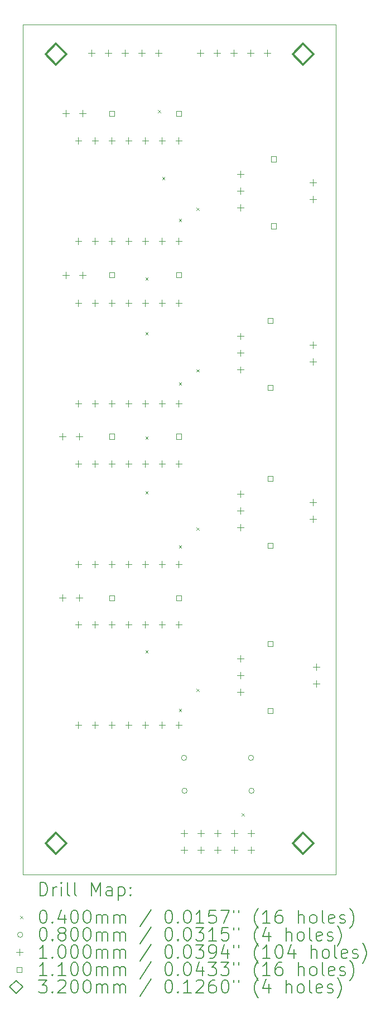
<source format=gbr>
%TF.GenerationSoftware,KiCad,Pcbnew,7.0.9*%
%TF.CreationDate,2025-03-02T20:13:20-05:00*%
%TF.ProjectId,Module_Relay_PCB,4d6f6475-6c65-45f5-9265-6c61795f5043,rev?*%
%TF.SameCoordinates,Original*%
%TF.FileFunction,Drillmap*%
%TF.FilePolarity,Positive*%
%FSLAX45Y45*%
G04 Gerber Fmt 4.5, Leading zero omitted, Abs format (unit mm)*
G04 Created by KiCad (PCBNEW 7.0.9) date 2025-03-02 20:13:20*
%MOMM*%
%LPD*%
G01*
G04 APERTURE LIST*
%ADD10C,0.100000*%
%ADD11C,0.200000*%
%ADD12C,0.110000*%
%ADD13C,0.320000*%
G04 APERTURE END LIST*
D10*
X9300000Y-4458000D02*
X14050000Y-4458000D01*
X14050000Y-17358000D01*
X9300000Y-17358000D01*
X9300000Y-4458000D01*
D11*
D10*
X11156000Y-8298500D02*
X11196000Y-8338500D01*
X11196000Y-8298500D02*
X11156000Y-8338500D01*
X11156000Y-9124000D02*
X11196000Y-9164000D01*
X11196000Y-9124000D02*
X11156000Y-9164000D01*
X11156000Y-10711500D02*
X11196000Y-10751500D01*
X11196000Y-10711500D02*
X11156000Y-10751500D01*
X11156000Y-11537000D02*
X11196000Y-11577000D01*
X11196000Y-11537000D02*
X11156000Y-11577000D01*
X11156000Y-13950000D02*
X11196000Y-13990000D01*
X11196000Y-13950000D02*
X11156000Y-13990000D01*
X11346500Y-5758500D02*
X11386500Y-5798500D01*
X11386500Y-5758500D02*
X11346500Y-5798500D01*
X11410000Y-6774500D02*
X11450000Y-6814500D01*
X11450000Y-6774500D02*
X11410000Y-6814500D01*
X11664000Y-7409500D02*
X11704000Y-7449500D01*
X11704000Y-7409500D02*
X11664000Y-7449500D01*
X11664000Y-9886000D02*
X11704000Y-9926000D01*
X11704000Y-9886000D02*
X11664000Y-9926000D01*
X11664000Y-12362500D02*
X11704000Y-12402500D01*
X11704000Y-12362500D02*
X11664000Y-12402500D01*
X11664000Y-14839000D02*
X11704000Y-14879000D01*
X11704000Y-14839000D02*
X11664000Y-14879000D01*
X11930000Y-7238000D02*
X11970000Y-7278000D01*
X11970000Y-7238000D02*
X11930000Y-7278000D01*
X11930000Y-9688000D02*
X11970000Y-9728000D01*
X11970000Y-9688000D02*
X11930000Y-9728000D01*
X11930000Y-12088000D02*
X11970000Y-12128000D01*
X11970000Y-12088000D02*
X11930000Y-12128000D01*
X11930000Y-14538000D02*
X11970000Y-14578000D01*
X11970000Y-14538000D02*
X11930000Y-14578000D01*
X12616500Y-16426500D02*
X12656500Y-16466500D01*
X12656500Y-16426500D02*
X12616500Y-16466500D01*
X11782000Y-15583000D02*
G75*
G03*
X11782000Y-15583000I-40000J0D01*
G01*
X11790000Y-16083000D02*
G75*
G03*
X11790000Y-16083000I-40000J0D01*
G01*
X12798000Y-15583000D02*
G75*
G03*
X12798000Y-15583000I-40000J0D01*
G01*
X12806000Y-16083000D02*
G75*
G03*
X12806000Y-16083000I-40000J0D01*
G01*
X9896000Y-10658000D02*
X9896000Y-10758000D01*
X9846000Y-10708000D02*
X9946000Y-10708000D01*
X9896000Y-13108000D02*
X9896000Y-13208000D01*
X9846000Y-13158000D02*
X9946000Y-13158000D01*
X9946000Y-5758000D02*
X9946000Y-5858000D01*
X9896000Y-5808000D02*
X9996000Y-5808000D01*
X9946000Y-8208000D02*
X9946000Y-8308000D01*
X9896000Y-8258000D02*
X9996000Y-8258000D01*
X10138000Y-6170500D02*
X10138000Y-6270500D01*
X10088000Y-6220500D02*
X10188000Y-6220500D01*
X10138000Y-7695500D02*
X10138000Y-7795500D01*
X10088000Y-7745500D02*
X10188000Y-7745500D01*
X10138000Y-8633000D02*
X10138000Y-8733000D01*
X10088000Y-8683000D02*
X10188000Y-8683000D01*
X10138000Y-10158000D02*
X10138000Y-10258000D01*
X10088000Y-10208000D02*
X10188000Y-10208000D01*
X10138000Y-11070500D02*
X10138000Y-11170500D01*
X10088000Y-11120500D02*
X10188000Y-11120500D01*
X10138000Y-12595500D02*
X10138000Y-12695500D01*
X10088000Y-12645500D02*
X10188000Y-12645500D01*
X10138000Y-13508000D02*
X10138000Y-13608000D01*
X10088000Y-13558000D02*
X10188000Y-13558000D01*
X10138000Y-15033000D02*
X10138000Y-15133000D01*
X10088000Y-15083000D02*
X10188000Y-15083000D01*
X10150000Y-10658000D02*
X10150000Y-10758000D01*
X10100000Y-10708000D02*
X10200000Y-10708000D01*
X10150000Y-13108000D02*
X10150000Y-13208000D01*
X10100000Y-13158000D02*
X10200000Y-13158000D01*
X10200000Y-5758000D02*
X10200000Y-5858000D01*
X10150000Y-5808000D02*
X10250000Y-5808000D01*
X10200000Y-8208000D02*
X10200000Y-8308000D01*
X10150000Y-8258000D02*
X10250000Y-8258000D01*
X10341000Y-4839500D02*
X10341000Y-4939500D01*
X10291000Y-4889500D02*
X10391000Y-4889500D01*
X10392000Y-6170500D02*
X10392000Y-6270500D01*
X10342000Y-6220500D02*
X10442000Y-6220500D01*
X10392000Y-7695500D02*
X10392000Y-7795500D01*
X10342000Y-7745500D02*
X10442000Y-7745500D01*
X10392000Y-8633000D02*
X10392000Y-8733000D01*
X10342000Y-8683000D02*
X10442000Y-8683000D01*
X10392000Y-10158000D02*
X10392000Y-10258000D01*
X10342000Y-10208000D02*
X10442000Y-10208000D01*
X10392000Y-11070500D02*
X10392000Y-11170500D01*
X10342000Y-11120500D02*
X10442000Y-11120500D01*
X10392000Y-12595500D02*
X10392000Y-12695500D01*
X10342000Y-12645500D02*
X10442000Y-12645500D01*
X10392000Y-13508000D02*
X10392000Y-13608000D01*
X10342000Y-13558000D02*
X10442000Y-13558000D01*
X10392000Y-15033000D02*
X10392000Y-15133000D01*
X10342000Y-15083000D02*
X10442000Y-15083000D01*
X10595000Y-4839500D02*
X10595000Y-4939500D01*
X10545000Y-4889500D02*
X10645000Y-4889500D01*
X10646000Y-6170500D02*
X10646000Y-6270500D01*
X10596000Y-6220500D02*
X10696000Y-6220500D01*
X10646000Y-7695500D02*
X10646000Y-7795500D01*
X10596000Y-7745500D02*
X10696000Y-7745500D01*
X10646000Y-8633000D02*
X10646000Y-8733000D01*
X10596000Y-8683000D02*
X10696000Y-8683000D01*
X10646000Y-10158000D02*
X10646000Y-10258000D01*
X10596000Y-10208000D02*
X10696000Y-10208000D01*
X10646000Y-11070500D02*
X10646000Y-11170500D01*
X10596000Y-11120500D02*
X10696000Y-11120500D01*
X10646000Y-12595500D02*
X10646000Y-12695500D01*
X10596000Y-12645500D02*
X10696000Y-12645500D01*
X10646000Y-13508000D02*
X10646000Y-13608000D01*
X10596000Y-13558000D02*
X10696000Y-13558000D01*
X10646000Y-15033000D02*
X10646000Y-15133000D01*
X10596000Y-15083000D02*
X10696000Y-15083000D01*
X10849000Y-4839500D02*
X10849000Y-4939500D01*
X10799000Y-4889500D02*
X10899000Y-4889500D01*
X10900000Y-6170500D02*
X10900000Y-6270500D01*
X10850000Y-6220500D02*
X10950000Y-6220500D01*
X10900000Y-7695500D02*
X10900000Y-7795500D01*
X10850000Y-7745500D02*
X10950000Y-7745500D01*
X10900000Y-8633000D02*
X10900000Y-8733000D01*
X10850000Y-8683000D02*
X10950000Y-8683000D01*
X10900000Y-10158000D02*
X10900000Y-10258000D01*
X10850000Y-10208000D02*
X10950000Y-10208000D01*
X10900000Y-11070500D02*
X10900000Y-11170500D01*
X10850000Y-11120500D02*
X10950000Y-11120500D01*
X10900000Y-12595500D02*
X10900000Y-12695500D01*
X10850000Y-12645500D02*
X10950000Y-12645500D01*
X10900000Y-13508000D02*
X10900000Y-13608000D01*
X10850000Y-13558000D02*
X10950000Y-13558000D01*
X10900000Y-15033000D02*
X10900000Y-15133000D01*
X10850000Y-15083000D02*
X10950000Y-15083000D01*
X11103000Y-4839500D02*
X11103000Y-4939500D01*
X11053000Y-4889500D02*
X11153000Y-4889500D01*
X11154000Y-6170500D02*
X11154000Y-6270500D01*
X11104000Y-6220500D02*
X11204000Y-6220500D01*
X11154000Y-7695500D02*
X11154000Y-7795500D01*
X11104000Y-7745500D02*
X11204000Y-7745500D01*
X11154000Y-8633000D02*
X11154000Y-8733000D01*
X11104000Y-8683000D02*
X11204000Y-8683000D01*
X11154000Y-10158000D02*
X11154000Y-10258000D01*
X11104000Y-10208000D02*
X11204000Y-10208000D01*
X11154000Y-11070500D02*
X11154000Y-11170500D01*
X11104000Y-11120500D02*
X11204000Y-11120500D01*
X11154000Y-12595500D02*
X11154000Y-12695500D01*
X11104000Y-12645500D02*
X11204000Y-12645500D01*
X11154000Y-13508000D02*
X11154000Y-13608000D01*
X11104000Y-13558000D02*
X11204000Y-13558000D01*
X11154000Y-15033000D02*
X11154000Y-15133000D01*
X11104000Y-15083000D02*
X11204000Y-15083000D01*
X11357000Y-4839500D02*
X11357000Y-4939500D01*
X11307000Y-4889500D02*
X11407000Y-4889500D01*
X11408000Y-6170500D02*
X11408000Y-6270500D01*
X11358000Y-6220500D02*
X11458000Y-6220500D01*
X11408000Y-7695500D02*
X11408000Y-7795500D01*
X11358000Y-7745500D02*
X11458000Y-7745500D01*
X11408000Y-8633000D02*
X11408000Y-8733000D01*
X11358000Y-8683000D02*
X11458000Y-8683000D01*
X11408000Y-10158000D02*
X11408000Y-10258000D01*
X11358000Y-10208000D02*
X11458000Y-10208000D01*
X11408000Y-11070500D02*
X11408000Y-11170500D01*
X11358000Y-11120500D02*
X11458000Y-11120500D01*
X11408000Y-12595500D02*
X11408000Y-12695500D01*
X11358000Y-12645500D02*
X11458000Y-12645500D01*
X11408000Y-13508000D02*
X11408000Y-13608000D01*
X11358000Y-13558000D02*
X11458000Y-13558000D01*
X11408000Y-15033000D02*
X11408000Y-15133000D01*
X11358000Y-15083000D02*
X11458000Y-15083000D01*
X11662000Y-6170500D02*
X11662000Y-6270500D01*
X11612000Y-6220500D02*
X11712000Y-6220500D01*
X11662000Y-7695500D02*
X11662000Y-7795500D01*
X11612000Y-7745500D02*
X11712000Y-7745500D01*
X11662000Y-8633000D02*
X11662000Y-8733000D01*
X11612000Y-8683000D02*
X11712000Y-8683000D01*
X11662000Y-10158000D02*
X11662000Y-10258000D01*
X11612000Y-10208000D02*
X11712000Y-10208000D01*
X11662000Y-11070500D02*
X11662000Y-11170500D01*
X11612000Y-11120500D02*
X11712000Y-11120500D01*
X11662000Y-12595500D02*
X11662000Y-12695500D01*
X11612000Y-12645500D02*
X11712000Y-12645500D01*
X11662000Y-13508000D02*
X11662000Y-13608000D01*
X11612000Y-13558000D02*
X11712000Y-13558000D01*
X11662000Y-15033000D02*
X11662000Y-15133000D01*
X11612000Y-15083000D02*
X11712000Y-15083000D01*
X11742000Y-16679000D02*
X11742000Y-16779000D01*
X11692000Y-16729000D02*
X11792000Y-16729000D01*
X11742000Y-16933000D02*
X11742000Y-17033000D01*
X11692000Y-16983000D02*
X11792000Y-16983000D01*
X11992000Y-4839500D02*
X11992000Y-4939500D01*
X11942000Y-4889500D02*
X12042000Y-4889500D01*
X11996000Y-16679000D02*
X11996000Y-16779000D01*
X11946000Y-16729000D02*
X12046000Y-16729000D01*
X11996000Y-16933000D02*
X11996000Y-17033000D01*
X11946000Y-16983000D02*
X12046000Y-16983000D01*
X12246000Y-4839500D02*
X12246000Y-4939500D01*
X12196000Y-4889500D02*
X12296000Y-4889500D01*
X12250000Y-16679000D02*
X12250000Y-16779000D01*
X12200000Y-16729000D02*
X12300000Y-16729000D01*
X12250000Y-16933000D02*
X12250000Y-17033000D01*
X12200000Y-16983000D02*
X12300000Y-16983000D01*
X12500000Y-4839500D02*
X12500000Y-4939500D01*
X12450000Y-4889500D02*
X12550000Y-4889500D01*
X12504000Y-16679000D02*
X12504000Y-16779000D01*
X12454000Y-16729000D02*
X12554000Y-16729000D01*
X12504000Y-16933000D02*
X12504000Y-17033000D01*
X12454000Y-16983000D02*
X12554000Y-16983000D01*
X12600000Y-6679000D02*
X12600000Y-6779000D01*
X12550000Y-6729000D02*
X12650000Y-6729000D01*
X12600000Y-6933000D02*
X12600000Y-7033000D01*
X12550000Y-6983000D02*
X12650000Y-6983000D01*
X12600000Y-7187000D02*
X12600000Y-7287000D01*
X12550000Y-7237000D02*
X12650000Y-7237000D01*
X12600000Y-9137500D02*
X12600000Y-9237500D01*
X12550000Y-9187500D02*
X12650000Y-9187500D01*
X12600000Y-9391500D02*
X12600000Y-9491500D01*
X12550000Y-9441500D02*
X12650000Y-9441500D01*
X12600000Y-9645500D02*
X12600000Y-9745500D01*
X12550000Y-9695500D02*
X12650000Y-9695500D01*
X12600000Y-11527500D02*
X12600000Y-11627500D01*
X12550000Y-11577500D02*
X12650000Y-11577500D01*
X12600000Y-11781500D02*
X12600000Y-11881500D01*
X12550000Y-11831500D02*
X12650000Y-11831500D01*
X12600000Y-12035500D02*
X12600000Y-12135500D01*
X12550000Y-12085500D02*
X12650000Y-12085500D01*
X12600000Y-14029000D02*
X12600000Y-14129000D01*
X12550000Y-14079000D02*
X12650000Y-14079000D01*
X12600000Y-14283000D02*
X12600000Y-14383000D01*
X12550000Y-14333000D02*
X12650000Y-14333000D01*
X12600000Y-14537000D02*
X12600000Y-14637000D01*
X12550000Y-14587000D02*
X12650000Y-14587000D01*
X12754000Y-4839500D02*
X12754000Y-4939500D01*
X12704000Y-4889500D02*
X12804000Y-4889500D01*
X12758000Y-16679000D02*
X12758000Y-16779000D01*
X12708000Y-16729000D02*
X12808000Y-16729000D01*
X12758000Y-16933000D02*
X12758000Y-17033000D01*
X12708000Y-16983000D02*
X12808000Y-16983000D01*
X13008000Y-4839500D02*
X13008000Y-4939500D01*
X12958000Y-4889500D02*
X13058000Y-4889500D01*
X13700000Y-6805500D02*
X13700000Y-6905500D01*
X13650000Y-6855500D02*
X13750000Y-6855500D01*
X13700000Y-7059500D02*
X13700000Y-7159500D01*
X13650000Y-7109500D02*
X13750000Y-7109500D01*
X13700000Y-9268000D02*
X13700000Y-9368000D01*
X13650000Y-9318000D02*
X13750000Y-9318000D01*
X13700000Y-9522000D02*
X13700000Y-9622000D01*
X13650000Y-9572000D02*
X13750000Y-9572000D01*
X13700000Y-11655500D02*
X13700000Y-11755500D01*
X13650000Y-11705500D02*
X13750000Y-11705500D01*
X13700000Y-11909500D02*
X13700000Y-12009500D01*
X13650000Y-11959500D02*
X13750000Y-11959500D01*
X13750000Y-14155500D02*
X13750000Y-14255500D01*
X13700000Y-14205500D02*
X13800000Y-14205500D01*
X13750000Y-14409500D02*
X13750000Y-14509500D01*
X13700000Y-14459500D02*
X13800000Y-14459500D01*
D12*
X10688891Y-5846891D02*
X10688891Y-5769109D01*
X10611109Y-5769109D01*
X10611109Y-5846891D01*
X10688891Y-5846891D01*
X10688891Y-8296891D02*
X10688891Y-8219109D01*
X10611109Y-8219109D01*
X10611109Y-8296891D01*
X10688891Y-8296891D01*
X10688891Y-10746891D02*
X10688891Y-10669109D01*
X10611109Y-10669109D01*
X10611109Y-10746891D01*
X10688891Y-10746891D01*
X10688891Y-13196891D02*
X10688891Y-13119109D01*
X10611109Y-13119109D01*
X10611109Y-13196891D01*
X10688891Y-13196891D01*
X11704891Y-5846891D02*
X11704891Y-5769109D01*
X11627109Y-5769109D01*
X11627109Y-5846891D01*
X11704891Y-5846891D01*
X11704891Y-8296891D02*
X11704891Y-8219109D01*
X11627109Y-8219109D01*
X11627109Y-8296891D01*
X11704891Y-8296891D01*
X11704891Y-10746891D02*
X11704891Y-10669109D01*
X11627109Y-10669109D01*
X11627109Y-10746891D01*
X11704891Y-10746891D01*
X11704891Y-13196891D02*
X11704891Y-13119109D01*
X11627109Y-13119109D01*
X11627109Y-13196891D01*
X11704891Y-13196891D01*
X13088891Y-8988891D02*
X13088891Y-8911109D01*
X13011109Y-8911109D01*
X13011109Y-8988891D01*
X13088891Y-8988891D01*
X13088891Y-10004891D02*
X13088891Y-9927109D01*
X13011109Y-9927109D01*
X13011109Y-10004891D01*
X13088891Y-10004891D01*
X13088891Y-11388891D02*
X13088891Y-11311109D01*
X13011109Y-11311109D01*
X13011109Y-11388891D01*
X13088891Y-11388891D01*
X13088891Y-12404891D02*
X13088891Y-12327109D01*
X13011109Y-12327109D01*
X13011109Y-12404891D01*
X13088891Y-12404891D01*
X13088891Y-13888891D02*
X13088891Y-13811109D01*
X13011109Y-13811109D01*
X13011109Y-13888891D01*
X13088891Y-13888891D01*
X13088891Y-14904891D02*
X13088891Y-14827109D01*
X13011109Y-14827109D01*
X13011109Y-14904891D01*
X13088891Y-14904891D01*
X13138891Y-6538891D02*
X13138891Y-6461109D01*
X13061109Y-6461109D01*
X13061109Y-6538891D01*
X13138891Y-6538891D01*
X13138891Y-7554891D02*
X13138891Y-7477109D01*
X13061109Y-7477109D01*
X13061109Y-7554891D01*
X13138891Y-7554891D01*
D13*
X9800000Y-5068000D02*
X9960000Y-4908000D01*
X9800000Y-4748000D01*
X9640000Y-4908000D01*
X9800000Y-5068000D01*
X9800000Y-17043000D02*
X9960000Y-16883000D01*
X9800000Y-16723000D01*
X9640000Y-16883000D01*
X9800000Y-17043000D01*
X13550000Y-5068000D02*
X13710000Y-4908000D01*
X13550000Y-4748000D01*
X13390000Y-4908000D01*
X13550000Y-5068000D01*
X13550000Y-17043000D02*
X13710000Y-16883000D01*
X13550000Y-16723000D01*
X13390000Y-16883000D01*
X13550000Y-17043000D01*
D11*
X9555777Y-17674484D02*
X9555777Y-17474484D01*
X9555777Y-17474484D02*
X9603396Y-17474484D01*
X9603396Y-17474484D02*
X9631967Y-17484008D01*
X9631967Y-17484008D02*
X9651015Y-17503055D01*
X9651015Y-17503055D02*
X9660539Y-17522103D01*
X9660539Y-17522103D02*
X9670063Y-17560198D01*
X9670063Y-17560198D02*
X9670063Y-17588770D01*
X9670063Y-17588770D02*
X9660539Y-17626865D01*
X9660539Y-17626865D02*
X9651015Y-17645912D01*
X9651015Y-17645912D02*
X9631967Y-17664960D01*
X9631967Y-17664960D02*
X9603396Y-17674484D01*
X9603396Y-17674484D02*
X9555777Y-17674484D01*
X9755777Y-17674484D02*
X9755777Y-17541150D01*
X9755777Y-17579246D02*
X9765301Y-17560198D01*
X9765301Y-17560198D02*
X9774824Y-17550674D01*
X9774824Y-17550674D02*
X9793872Y-17541150D01*
X9793872Y-17541150D02*
X9812920Y-17541150D01*
X9879586Y-17674484D02*
X9879586Y-17541150D01*
X9879586Y-17474484D02*
X9870063Y-17484008D01*
X9870063Y-17484008D02*
X9879586Y-17493531D01*
X9879586Y-17493531D02*
X9889110Y-17484008D01*
X9889110Y-17484008D02*
X9879586Y-17474484D01*
X9879586Y-17474484D02*
X9879586Y-17493531D01*
X10003396Y-17674484D02*
X9984348Y-17664960D01*
X9984348Y-17664960D02*
X9974824Y-17645912D01*
X9974824Y-17645912D02*
X9974824Y-17474484D01*
X10108158Y-17674484D02*
X10089110Y-17664960D01*
X10089110Y-17664960D02*
X10079586Y-17645912D01*
X10079586Y-17645912D02*
X10079586Y-17474484D01*
X10336729Y-17674484D02*
X10336729Y-17474484D01*
X10336729Y-17474484D02*
X10403396Y-17617341D01*
X10403396Y-17617341D02*
X10470063Y-17474484D01*
X10470063Y-17474484D02*
X10470063Y-17674484D01*
X10651015Y-17674484D02*
X10651015Y-17569722D01*
X10651015Y-17569722D02*
X10641491Y-17550674D01*
X10641491Y-17550674D02*
X10622444Y-17541150D01*
X10622444Y-17541150D02*
X10584348Y-17541150D01*
X10584348Y-17541150D02*
X10565301Y-17550674D01*
X10651015Y-17664960D02*
X10631967Y-17674484D01*
X10631967Y-17674484D02*
X10584348Y-17674484D01*
X10584348Y-17674484D02*
X10565301Y-17664960D01*
X10565301Y-17664960D02*
X10555777Y-17645912D01*
X10555777Y-17645912D02*
X10555777Y-17626865D01*
X10555777Y-17626865D02*
X10565301Y-17607817D01*
X10565301Y-17607817D02*
X10584348Y-17598293D01*
X10584348Y-17598293D02*
X10631967Y-17598293D01*
X10631967Y-17598293D02*
X10651015Y-17588770D01*
X10746253Y-17541150D02*
X10746253Y-17741150D01*
X10746253Y-17550674D02*
X10765301Y-17541150D01*
X10765301Y-17541150D02*
X10803396Y-17541150D01*
X10803396Y-17541150D02*
X10822444Y-17550674D01*
X10822444Y-17550674D02*
X10831967Y-17560198D01*
X10831967Y-17560198D02*
X10841491Y-17579246D01*
X10841491Y-17579246D02*
X10841491Y-17636389D01*
X10841491Y-17636389D02*
X10831967Y-17655436D01*
X10831967Y-17655436D02*
X10822444Y-17664960D01*
X10822444Y-17664960D02*
X10803396Y-17674484D01*
X10803396Y-17674484D02*
X10765301Y-17674484D01*
X10765301Y-17674484D02*
X10746253Y-17664960D01*
X10927205Y-17655436D02*
X10936729Y-17664960D01*
X10936729Y-17664960D02*
X10927205Y-17674484D01*
X10927205Y-17674484D02*
X10917682Y-17664960D01*
X10917682Y-17664960D02*
X10927205Y-17655436D01*
X10927205Y-17655436D02*
X10927205Y-17674484D01*
X10927205Y-17550674D02*
X10936729Y-17560198D01*
X10936729Y-17560198D02*
X10927205Y-17569722D01*
X10927205Y-17569722D02*
X10917682Y-17560198D01*
X10917682Y-17560198D02*
X10927205Y-17550674D01*
X10927205Y-17550674D02*
X10927205Y-17569722D01*
D10*
X9255000Y-17983000D02*
X9295000Y-18023000D01*
X9295000Y-17983000D02*
X9255000Y-18023000D01*
D11*
X9593872Y-17894484D02*
X9612920Y-17894484D01*
X9612920Y-17894484D02*
X9631967Y-17904008D01*
X9631967Y-17904008D02*
X9641491Y-17913531D01*
X9641491Y-17913531D02*
X9651015Y-17932579D01*
X9651015Y-17932579D02*
X9660539Y-17970674D01*
X9660539Y-17970674D02*
X9660539Y-18018293D01*
X9660539Y-18018293D02*
X9651015Y-18056389D01*
X9651015Y-18056389D02*
X9641491Y-18075436D01*
X9641491Y-18075436D02*
X9631967Y-18084960D01*
X9631967Y-18084960D02*
X9612920Y-18094484D01*
X9612920Y-18094484D02*
X9593872Y-18094484D01*
X9593872Y-18094484D02*
X9574824Y-18084960D01*
X9574824Y-18084960D02*
X9565301Y-18075436D01*
X9565301Y-18075436D02*
X9555777Y-18056389D01*
X9555777Y-18056389D02*
X9546253Y-18018293D01*
X9546253Y-18018293D02*
X9546253Y-17970674D01*
X9546253Y-17970674D02*
X9555777Y-17932579D01*
X9555777Y-17932579D02*
X9565301Y-17913531D01*
X9565301Y-17913531D02*
X9574824Y-17904008D01*
X9574824Y-17904008D02*
X9593872Y-17894484D01*
X9746253Y-18075436D02*
X9755777Y-18084960D01*
X9755777Y-18084960D02*
X9746253Y-18094484D01*
X9746253Y-18094484D02*
X9736729Y-18084960D01*
X9736729Y-18084960D02*
X9746253Y-18075436D01*
X9746253Y-18075436D02*
X9746253Y-18094484D01*
X9927205Y-17961150D02*
X9927205Y-18094484D01*
X9879586Y-17884960D02*
X9831967Y-18027817D01*
X9831967Y-18027817D02*
X9955777Y-18027817D01*
X10070063Y-17894484D02*
X10089110Y-17894484D01*
X10089110Y-17894484D02*
X10108158Y-17904008D01*
X10108158Y-17904008D02*
X10117682Y-17913531D01*
X10117682Y-17913531D02*
X10127205Y-17932579D01*
X10127205Y-17932579D02*
X10136729Y-17970674D01*
X10136729Y-17970674D02*
X10136729Y-18018293D01*
X10136729Y-18018293D02*
X10127205Y-18056389D01*
X10127205Y-18056389D02*
X10117682Y-18075436D01*
X10117682Y-18075436D02*
X10108158Y-18084960D01*
X10108158Y-18084960D02*
X10089110Y-18094484D01*
X10089110Y-18094484D02*
X10070063Y-18094484D01*
X10070063Y-18094484D02*
X10051015Y-18084960D01*
X10051015Y-18084960D02*
X10041491Y-18075436D01*
X10041491Y-18075436D02*
X10031967Y-18056389D01*
X10031967Y-18056389D02*
X10022444Y-18018293D01*
X10022444Y-18018293D02*
X10022444Y-17970674D01*
X10022444Y-17970674D02*
X10031967Y-17932579D01*
X10031967Y-17932579D02*
X10041491Y-17913531D01*
X10041491Y-17913531D02*
X10051015Y-17904008D01*
X10051015Y-17904008D02*
X10070063Y-17894484D01*
X10260539Y-17894484D02*
X10279586Y-17894484D01*
X10279586Y-17894484D02*
X10298634Y-17904008D01*
X10298634Y-17904008D02*
X10308158Y-17913531D01*
X10308158Y-17913531D02*
X10317682Y-17932579D01*
X10317682Y-17932579D02*
X10327205Y-17970674D01*
X10327205Y-17970674D02*
X10327205Y-18018293D01*
X10327205Y-18018293D02*
X10317682Y-18056389D01*
X10317682Y-18056389D02*
X10308158Y-18075436D01*
X10308158Y-18075436D02*
X10298634Y-18084960D01*
X10298634Y-18084960D02*
X10279586Y-18094484D01*
X10279586Y-18094484D02*
X10260539Y-18094484D01*
X10260539Y-18094484D02*
X10241491Y-18084960D01*
X10241491Y-18084960D02*
X10231967Y-18075436D01*
X10231967Y-18075436D02*
X10222444Y-18056389D01*
X10222444Y-18056389D02*
X10212920Y-18018293D01*
X10212920Y-18018293D02*
X10212920Y-17970674D01*
X10212920Y-17970674D02*
X10222444Y-17932579D01*
X10222444Y-17932579D02*
X10231967Y-17913531D01*
X10231967Y-17913531D02*
X10241491Y-17904008D01*
X10241491Y-17904008D02*
X10260539Y-17894484D01*
X10412920Y-18094484D02*
X10412920Y-17961150D01*
X10412920Y-17980198D02*
X10422444Y-17970674D01*
X10422444Y-17970674D02*
X10441491Y-17961150D01*
X10441491Y-17961150D02*
X10470063Y-17961150D01*
X10470063Y-17961150D02*
X10489110Y-17970674D01*
X10489110Y-17970674D02*
X10498634Y-17989722D01*
X10498634Y-17989722D02*
X10498634Y-18094484D01*
X10498634Y-17989722D02*
X10508158Y-17970674D01*
X10508158Y-17970674D02*
X10527205Y-17961150D01*
X10527205Y-17961150D02*
X10555777Y-17961150D01*
X10555777Y-17961150D02*
X10574825Y-17970674D01*
X10574825Y-17970674D02*
X10584348Y-17989722D01*
X10584348Y-17989722D02*
X10584348Y-18094484D01*
X10679586Y-18094484D02*
X10679586Y-17961150D01*
X10679586Y-17980198D02*
X10689110Y-17970674D01*
X10689110Y-17970674D02*
X10708158Y-17961150D01*
X10708158Y-17961150D02*
X10736729Y-17961150D01*
X10736729Y-17961150D02*
X10755777Y-17970674D01*
X10755777Y-17970674D02*
X10765301Y-17989722D01*
X10765301Y-17989722D02*
X10765301Y-18094484D01*
X10765301Y-17989722D02*
X10774825Y-17970674D01*
X10774825Y-17970674D02*
X10793872Y-17961150D01*
X10793872Y-17961150D02*
X10822444Y-17961150D01*
X10822444Y-17961150D02*
X10841491Y-17970674D01*
X10841491Y-17970674D02*
X10851015Y-17989722D01*
X10851015Y-17989722D02*
X10851015Y-18094484D01*
X11241491Y-17884960D02*
X11070063Y-18142103D01*
X11498634Y-17894484D02*
X11517682Y-17894484D01*
X11517682Y-17894484D02*
X11536729Y-17904008D01*
X11536729Y-17904008D02*
X11546253Y-17913531D01*
X11546253Y-17913531D02*
X11555777Y-17932579D01*
X11555777Y-17932579D02*
X11565301Y-17970674D01*
X11565301Y-17970674D02*
X11565301Y-18018293D01*
X11565301Y-18018293D02*
X11555777Y-18056389D01*
X11555777Y-18056389D02*
X11546253Y-18075436D01*
X11546253Y-18075436D02*
X11536729Y-18084960D01*
X11536729Y-18084960D02*
X11517682Y-18094484D01*
X11517682Y-18094484D02*
X11498634Y-18094484D01*
X11498634Y-18094484D02*
X11479586Y-18084960D01*
X11479586Y-18084960D02*
X11470063Y-18075436D01*
X11470063Y-18075436D02*
X11460539Y-18056389D01*
X11460539Y-18056389D02*
X11451015Y-18018293D01*
X11451015Y-18018293D02*
X11451015Y-17970674D01*
X11451015Y-17970674D02*
X11460539Y-17932579D01*
X11460539Y-17932579D02*
X11470063Y-17913531D01*
X11470063Y-17913531D02*
X11479586Y-17904008D01*
X11479586Y-17904008D02*
X11498634Y-17894484D01*
X11651015Y-18075436D02*
X11660539Y-18084960D01*
X11660539Y-18084960D02*
X11651015Y-18094484D01*
X11651015Y-18094484D02*
X11641491Y-18084960D01*
X11641491Y-18084960D02*
X11651015Y-18075436D01*
X11651015Y-18075436D02*
X11651015Y-18094484D01*
X11784348Y-17894484D02*
X11803396Y-17894484D01*
X11803396Y-17894484D02*
X11822444Y-17904008D01*
X11822444Y-17904008D02*
X11831967Y-17913531D01*
X11831967Y-17913531D02*
X11841491Y-17932579D01*
X11841491Y-17932579D02*
X11851015Y-17970674D01*
X11851015Y-17970674D02*
X11851015Y-18018293D01*
X11851015Y-18018293D02*
X11841491Y-18056389D01*
X11841491Y-18056389D02*
X11831967Y-18075436D01*
X11831967Y-18075436D02*
X11822444Y-18084960D01*
X11822444Y-18084960D02*
X11803396Y-18094484D01*
X11803396Y-18094484D02*
X11784348Y-18094484D01*
X11784348Y-18094484D02*
X11765301Y-18084960D01*
X11765301Y-18084960D02*
X11755777Y-18075436D01*
X11755777Y-18075436D02*
X11746253Y-18056389D01*
X11746253Y-18056389D02*
X11736729Y-18018293D01*
X11736729Y-18018293D02*
X11736729Y-17970674D01*
X11736729Y-17970674D02*
X11746253Y-17932579D01*
X11746253Y-17932579D02*
X11755777Y-17913531D01*
X11755777Y-17913531D02*
X11765301Y-17904008D01*
X11765301Y-17904008D02*
X11784348Y-17894484D01*
X12041491Y-18094484D02*
X11927206Y-18094484D01*
X11984348Y-18094484D02*
X11984348Y-17894484D01*
X11984348Y-17894484D02*
X11965301Y-17923055D01*
X11965301Y-17923055D02*
X11946253Y-17942103D01*
X11946253Y-17942103D02*
X11927206Y-17951627D01*
X12222444Y-17894484D02*
X12127206Y-17894484D01*
X12127206Y-17894484D02*
X12117682Y-17989722D01*
X12117682Y-17989722D02*
X12127206Y-17980198D01*
X12127206Y-17980198D02*
X12146253Y-17970674D01*
X12146253Y-17970674D02*
X12193872Y-17970674D01*
X12193872Y-17970674D02*
X12212920Y-17980198D01*
X12212920Y-17980198D02*
X12222444Y-17989722D01*
X12222444Y-17989722D02*
X12231967Y-18008770D01*
X12231967Y-18008770D02*
X12231967Y-18056389D01*
X12231967Y-18056389D02*
X12222444Y-18075436D01*
X12222444Y-18075436D02*
X12212920Y-18084960D01*
X12212920Y-18084960D02*
X12193872Y-18094484D01*
X12193872Y-18094484D02*
X12146253Y-18094484D01*
X12146253Y-18094484D02*
X12127206Y-18084960D01*
X12127206Y-18084960D02*
X12117682Y-18075436D01*
X12298634Y-17894484D02*
X12431967Y-17894484D01*
X12431967Y-17894484D02*
X12346253Y-18094484D01*
X12498634Y-17894484D02*
X12498634Y-17932579D01*
X12574825Y-17894484D02*
X12574825Y-17932579D01*
X12870063Y-18170674D02*
X12860539Y-18161150D01*
X12860539Y-18161150D02*
X12841491Y-18132579D01*
X12841491Y-18132579D02*
X12831968Y-18113531D01*
X12831968Y-18113531D02*
X12822444Y-18084960D01*
X12822444Y-18084960D02*
X12812920Y-18037341D01*
X12812920Y-18037341D02*
X12812920Y-17999246D01*
X12812920Y-17999246D02*
X12822444Y-17951627D01*
X12822444Y-17951627D02*
X12831968Y-17923055D01*
X12831968Y-17923055D02*
X12841491Y-17904008D01*
X12841491Y-17904008D02*
X12860539Y-17875436D01*
X12860539Y-17875436D02*
X12870063Y-17865912D01*
X13051015Y-18094484D02*
X12936729Y-18094484D01*
X12993872Y-18094484D02*
X12993872Y-17894484D01*
X12993872Y-17894484D02*
X12974825Y-17923055D01*
X12974825Y-17923055D02*
X12955777Y-17942103D01*
X12955777Y-17942103D02*
X12936729Y-17951627D01*
X13222444Y-17894484D02*
X13184348Y-17894484D01*
X13184348Y-17894484D02*
X13165301Y-17904008D01*
X13165301Y-17904008D02*
X13155777Y-17913531D01*
X13155777Y-17913531D02*
X13136729Y-17942103D01*
X13136729Y-17942103D02*
X13127206Y-17980198D01*
X13127206Y-17980198D02*
X13127206Y-18056389D01*
X13127206Y-18056389D02*
X13136729Y-18075436D01*
X13136729Y-18075436D02*
X13146253Y-18084960D01*
X13146253Y-18084960D02*
X13165301Y-18094484D01*
X13165301Y-18094484D02*
X13203396Y-18094484D01*
X13203396Y-18094484D02*
X13222444Y-18084960D01*
X13222444Y-18084960D02*
X13231968Y-18075436D01*
X13231968Y-18075436D02*
X13241491Y-18056389D01*
X13241491Y-18056389D02*
X13241491Y-18008770D01*
X13241491Y-18008770D02*
X13231968Y-17989722D01*
X13231968Y-17989722D02*
X13222444Y-17980198D01*
X13222444Y-17980198D02*
X13203396Y-17970674D01*
X13203396Y-17970674D02*
X13165301Y-17970674D01*
X13165301Y-17970674D02*
X13146253Y-17980198D01*
X13146253Y-17980198D02*
X13136729Y-17989722D01*
X13136729Y-17989722D02*
X13127206Y-18008770D01*
X13479587Y-18094484D02*
X13479587Y-17894484D01*
X13565301Y-18094484D02*
X13565301Y-17989722D01*
X13565301Y-17989722D02*
X13555777Y-17970674D01*
X13555777Y-17970674D02*
X13536730Y-17961150D01*
X13536730Y-17961150D02*
X13508158Y-17961150D01*
X13508158Y-17961150D02*
X13489110Y-17970674D01*
X13489110Y-17970674D02*
X13479587Y-17980198D01*
X13689110Y-18094484D02*
X13670063Y-18084960D01*
X13670063Y-18084960D02*
X13660539Y-18075436D01*
X13660539Y-18075436D02*
X13651015Y-18056389D01*
X13651015Y-18056389D02*
X13651015Y-17999246D01*
X13651015Y-17999246D02*
X13660539Y-17980198D01*
X13660539Y-17980198D02*
X13670063Y-17970674D01*
X13670063Y-17970674D02*
X13689110Y-17961150D01*
X13689110Y-17961150D02*
X13717682Y-17961150D01*
X13717682Y-17961150D02*
X13736730Y-17970674D01*
X13736730Y-17970674D02*
X13746253Y-17980198D01*
X13746253Y-17980198D02*
X13755777Y-17999246D01*
X13755777Y-17999246D02*
X13755777Y-18056389D01*
X13755777Y-18056389D02*
X13746253Y-18075436D01*
X13746253Y-18075436D02*
X13736730Y-18084960D01*
X13736730Y-18084960D02*
X13717682Y-18094484D01*
X13717682Y-18094484D02*
X13689110Y-18094484D01*
X13870063Y-18094484D02*
X13851015Y-18084960D01*
X13851015Y-18084960D02*
X13841491Y-18065912D01*
X13841491Y-18065912D02*
X13841491Y-17894484D01*
X14022444Y-18084960D02*
X14003396Y-18094484D01*
X14003396Y-18094484D02*
X13965301Y-18094484D01*
X13965301Y-18094484D02*
X13946253Y-18084960D01*
X13946253Y-18084960D02*
X13936730Y-18065912D01*
X13936730Y-18065912D02*
X13936730Y-17989722D01*
X13936730Y-17989722D02*
X13946253Y-17970674D01*
X13946253Y-17970674D02*
X13965301Y-17961150D01*
X13965301Y-17961150D02*
X14003396Y-17961150D01*
X14003396Y-17961150D02*
X14022444Y-17970674D01*
X14022444Y-17970674D02*
X14031968Y-17989722D01*
X14031968Y-17989722D02*
X14031968Y-18008770D01*
X14031968Y-18008770D02*
X13936730Y-18027817D01*
X14108158Y-18084960D02*
X14127206Y-18094484D01*
X14127206Y-18094484D02*
X14165301Y-18094484D01*
X14165301Y-18094484D02*
X14184349Y-18084960D01*
X14184349Y-18084960D02*
X14193872Y-18065912D01*
X14193872Y-18065912D02*
X14193872Y-18056389D01*
X14193872Y-18056389D02*
X14184349Y-18037341D01*
X14184349Y-18037341D02*
X14165301Y-18027817D01*
X14165301Y-18027817D02*
X14136730Y-18027817D01*
X14136730Y-18027817D02*
X14117682Y-18018293D01*
X14117682Y-18018293D02*
X14108158Y-17999246D01*
X14108158Y-17999246D02*
X14108158Y-17989722D01*
X14108158Y-17989722D02*
X14117682Y-17970674D01*
X14117682Y-17970674D02*
X14136730Y-17961150D01*
X14136730Y-17961150D02*
X14165301Y-17961150D01*
X14165301Y-17961150D02*
X14184349Y-17970674D01*
X14260539Y-18170674D02*
X14270063Y-18161150D01*
X14270063Y-18161150D02*
X14289111Y-18132579D01*
X14289111Y-18132579D02*
X14298634Y-18113531D01*
X14298634Y-18113531D02*
X14308158Y-18084960D01*
X14308158Y-18084960D02*
X14317682Y-18037341D01*
X14317682Y-18037341D02*
X14317682Y-17999246D01*
X14317682Y-17999246D02*
X14308158Y-17951627D01*
X14308158Y-17951627D02*
X14298634Y-17923055D01*
X14298634Y-17923055D02*
X14289111Y-17904008D01*
X14289111Y-17904008D02*
X14270063Y-17875436D01*
X14270063Y-17875436D02*
X14260539Y-17865912D01*
D10*
X9295000Y-18267000D02*
G75*
G03*
X9295000Y-18267000I-40000J0D01*
G01*
D11*
X9593872Y-18158484D02*
X9612920Y-18158484D01*
X9612920Y-18158484D02*
X9631967Y-18168008D01*
X9631967Y-18168008D02*
X9641491Y-18177531D01*
X9641491Y-18177531D02*
X9651015Y-18196579D01*
X9651015Y-18196579D02*
X9660539Y-18234674D01*
X9660539Y-18234674D02*
X9660539Y-18282293D01*
X9660539Y-18282293D02*
X9651015Y-18320389D01*
X9651015Y-18320389D02*
X9641491Y-18339436D01*
X9641491Y-18339436D02*
X9631967Y-18348960D01*
X9631967Y-18348960D02*
X9612920Y-18358484D01*
X9612920Y-18358484D02*
X9593872Y-18358484D01*
X9593872Y-18358484D02*
X9574824Y-18348960D01*
X9574824Y-18348960D02*
X9565301Y-18339436D01*
X9565301Y-18339436D02*
X9555777Y-18320389D01*
X9555777Y-18320389D02*
X9546253Y-18282293D01*
X9546253Y-18282293D02*
X9546253Y-18234674D01*
X9546253Y-18234674D02*
X9555777Y-18196579D01*
X9555777Y-18196579D02*
X9565301Y-18177531D01*
X9565301Y-18177531D02*
X9574824Y-18168008D01*
X9574824Y-18168008D02*
X9593872Y-18158484D01*
X9746253Y-18339436D02*
X9755777Y-18348960D01*
X9755777Y-18348960D02*
X9746253Y-18358484D01*
X9746253Y-18358484D02*
X9736729Y-18348960D01*
X9736729Y-18348960D02*
X9746253Y-18339436D01*
X9746253Y-18339436D02*
X9746253Y-18358484D01*
X9870063Y-18244198D02*
X9851015Y-18234674D01*
X9851015Y-18234674D02*
X9841491Y-18225150D01*
X9841491Y-18225150D02*
X9831967Y-18206103D01*
X9831967Y-18206103D02*
X9831967Y-18196579D01*
X9831967Y-18196579D02*
X9841491Y-18177531D01*
X9841491Y-18177531D02*
X9851015Y-18168008D01*
X9851015Y-18168008D02*
X9870063Y-18158484D01*
X9870063Y-18158484D02*
X9908158Y-18158484D01*
X9908158Y-18158484D02*
X9927205Y-18168008D01*
X9927205Y-18168008D02*
X9936729Y-18177531D01*
X9936729Y-18177531D02*
X9946253Y-18196579D01*
X9946253Y-18196579D02*
X9946253Y-18206103D01*
X9946253Y-18206103D02*
X9936729Y-18225150D01*
X9936729Y-18225150D02*
X9927205Y-18234674D01*
X9927205Y-18234674D02*
X9908158Y-18244198D01*
X9908158Y-18244198D02*
X9870063Y-18244198D01*
X9870063Y-18244198D02*
X9851015Y-18253722D01*
X9851015Y-18253722D02*
X9841491Y-18263246D01*
X9841491Y-18263246D02*
X9831967Y-18282293D01*
X9831967Y-18282293D02*
X9831967Y-18320389D01*
X9831967Y-18320389D02*
X9841491Y-18339436D01*
X9841491Y-18339436D02*
X9851015Y-18348960D01*
X9851015Y-18348960D02*
X9870063Y-18358484D01*
X9870063Y-18358484D02*
X9908158Y-18358484D01*
X9908158Y-18358484D02*
X9927205Y-18348960D01*
X9927205Y-18348960D02*
X9936729Y-18339436D01*
X9936729Y-18339436D02*
X9946253Y-18320389D01*
X9946253Y-18320389D02*
X9946253Y-18282293D01*
X9946253Y-18282293D02*
X9936729Y-18263246D01*
X9936729Y-18263246D02*
X9927205Y-18253722D01*
X9927205Y-18253722D02*
X9908158Y-18244198D01*
X10070063Y-18158484D02*
X10089110Y-18158484D01*
X10089110Y-18158484D02*
X10108158Y-18168008D01*
X10108158Y-18168008D02*
X10117682Y-18177531D01*
X10117682Y-18177531D02*
X10127205Y-18196579D01*
X10127205Y-18196579D02*
X10136729Y-18234674D01*
X10136729Y-18234674D02*
X10136729Y-18282293D01*
X10136729Y-18282293D02*
X10127205Y-18320389D01*
X10127205Y-18320389D02*
X10117682Y-18339436D01*
X10117682Y-18339436D02*
X10108158Y-18348960D01*
X10108158Y-18348960D02*
X10089110Y-18358484D01*
X10089110Y-18358484D02*
X10070063Y-18358484D01*
X10070063Y-18358484D02*
X10051015Y-18348960D01*
X10051015Y-18348960D02*
X10041491Y-18339436D01*
X10041491Y-18339436D02*
X10031967Y-18320389D01*
X10031967Y-18320389D02*
X10022444Y-18282293D01*
X10022444Y-18282293D02*
X10022444Y-18234674D01*
X10022444Y-18234674D02*
X10031967Y-18196579D01*
X10031967Y-18196579D02*
X10041491Y-18177531D01*
X10041491Y-18177531D02*
X10051015Y-18168008D01*
X10051015Y-18168008D02*
X10070063Y-18158484D01*
X10260539Y-18158484D02*
X10279586Y-18158484D01*
X10279586Y-18158484D02*
X10298634Y-18168008D01*
X10298634Y-18168008D02*
X10308158Y-18177531D01*
X10308158Y-18177531D02*
X10317682Y-18196579D01*
X10317682Y-18196579D02*
X10327205Y-18234674D01*
X10327205Y-18234674D02*
X10327205Y-18282293D01*
X10327205Y-18282293D02*
X10317682Y-18320389D01*
X10317682Y-18320389D02*
X10308158Y-18339436D01*
X10308158Y-18339436D02*
X10298634Y-18348960D01*
X10298634Y-18348960D02*
X10279586Y-18358484D01*
X10279586Y-18358484D02*
X10260539Y-18358484D01*
X10260539Y-18358484D02*
X10241491Y-18348960D01*
X10241491Y-18348960D02*
X10231967Y-18339436D01*
X10231967Y-18339436D02*
X10222444Y-18320389D01*
X10222444Y-18320389D02*
X10212920Y-18282293D01*
X10212920Y-18282293D02*
X10212920Y-18234674D01*
X10212920Y-18234674D02*
X10222444Y-18196579D01*
X10222444Y-18196579D02*
X10231967Y-18177531D01*
X10231967Y-18177531D02*
X10241491Y-18168008D01*
X10241491Y-18168008D02*
X10260539Y-18158484D01*
X10412920Y-18358484D02*
X10412920Y-18225150D01*
X10412920Y-18244198D02*
X10422444Y-18234674D01*
X10422444Y-18234674D02*
X10441491Y-18225150D01*
X10441491Y-18225150D02*
X10470063Y-18225150D01*
X10470063Y-18225150D02*
X10489110Y-18234674D01*
X10489110Y-18234674D02*
X10498634Y-18253722D01*
X10498634Y-18253722D02*
X10498634Y-18358484D01*
X10498634Y-18253722D02*
X10508158Y-18234674D01*
X10508158Y-18234674D02*
X10527205Y-18225150D01*
X10527205Y-18225150D02*
X10555777Y-18225150D01*
X10555777Y-18225150D02*
X10574825Y-18234674D01*
X10574825Y-18234674D02*
X10584348Y-18253722D01*
X10584348Y-18253722D02*
X10584348Y-18358484D01*
X10679586Y-18358484D02*
X10679586Y-18225150D01*
X10679586Y-18244198D02*
X10689110Y-18234674D01*
X10689110Y-18234674D02*
X10708158Y-18225150D01*
X10708158Y-18225150D02*
X10736729Y-18225150D01*
X10736729Y-18225150D02*
X10755777Y-18234674D01*
X10755777Y-18234674D02*
X10765301Y-18253722D01*
X10765301Y-18253722D02*
X10765301Y-18358484D01*
X10765301Y-18253722D02*
X10774825Y-18234674D01*
X10774825Y-18234674D02*
X10793872Y-18225150D01*
X10793872Y-18225150D02*
X10822444Y-18225150D01*
X10822444Y-18225150D02*
X10841491Y-18234674D01*
X10841491Y-18234674D02*
X10851015Y-18253722D01*
X10851015Y-18253722D02*
X10851015Y-18358484D01*
X11241491Y-18148960D02*
X11070063Y-18406103D01*
X11498634Y-18158484D02*
X11517682Y-18158484D01*
X11517682Y-18158484D02*
X11536729Y-18168008D01*
X11536729Y-18168008D02*
X11546253Y-18177531D01*
X11546253Y-18177531D02*
X11555777Y-18196579D01*
X11555777Y-18196579D02*
X11565301Y-18234674D01*
X11565301Y-18234674D02*
X11565301Y-18282293D01*
X11565301Y-18282293D02*
X11555777Y-18320389D01*
X11555777Y-18320389D02*
X11546253Y-18339436D01*
X11546253Y-18339436D02*
X11536729Y-18348960D01*
X11536729Y-18348960D02*
X11517682Y-18358484D01*
X11517682Y-18358484D02*
X11498634Y-18358484D01*
X11498634Y-18358484D02*
X11479586Y-18348960D01*
X11479586Y-18348960D02*
X11470063Y-18339436D01*
X11470063Y-18339436D02*
X11460539Y-18320389D01*
X11460539Y-18320389D02*
X11451015Y-18282293D01*
X11451015Y-18282293D02*
X11451015Y-18234674D01*
X11451015Y-18234674D02*
X11460539Y-18196579D01*
X11460539Y-18196579D02*
X11470063Y-18177531D01*
X11470063Y-18177531D02*
X11479586Y-18168008D01*
X11479586Y-18168008D02*
X11498634Y-18158484D01*
X11651015Y-18339436D02*
X11660539Y-18348960D01*
X11660539Y-18348960D02*
X11651015Y-18358484D01*
X11651015Y-18358484D02*
X11641491Y-18348960D01*
X11641491Y-18348960D02*
X11651015Y-18339436D01*
X11651015Y-18339436D02*
X11651015Y-18358484D01*
X11784348Y-18158484D02*
X11803396Y-18158484D01*
X11803396Y-18158484D02*
X11822444Y-18168008D01*
X11822444Y-18168008D02*
X11831967Y-18177531D01*
X11831967Y-18177531D02*
X11841491Y-18196579D01*
X11841491Y-18196579D02*
X11851015Y-18234674D01*
X11851015Y-18234674D02*
X11851015Y-18282293D01*
X11851015Y-18282293D02*
X11841491Y-18320389D01*
X11841491Y-18320389D02*
X11831967Y-18339436D01*
X11831967Y-18339436D02*
X11822444Y-18348960D01*
X11822444Y-18348960D02*
X11803396Y-18358484D01*
X11803396Y-18358484D02*
X11784348Y-18358484D01*
X11784348Y-18358484D02*
X11765301Y-18348960D01*
X11765301Y-18348960D02*
X11755777Y-18339436D01*
X11755777Y-18339436D02*
X11746253Y-18320389D01*
X11746253Y-18320389D02*
X11736729Y-18282293D01*
X11736729Y-18282293D02*
X11736729Y-18234674D01*
X11736729Y-18234674D02*
X11746253Y-18196579D01*
X11746253Y-18196579D02*
X11755777Y-18177531D01*
X11755777Y-18177531D02*
X11765301Y-18168008D01*
X11765301Y-18168008D02*
X11784348Y-18158484D01*
X11917682Y-18158484D02*
X12041491Y-18158484D01*
X12041491Y-18158484D02*
X11974825Y-18234674D01*
X11974825Y-18234674D02*
X12003396Y-18234674D01*
X12003396Y-18234674D02*
X12022444Y-18244198D01*
X12022444Y-18244198D02*
X12031967Y-18253722D01*
X12031967Y-18253722D02*
X12041491Y-18272770D01*
X12041491Y-18272770D02*
X12041491Y-18320389D01*
X12041491Y-18320389D02*
X12031967Y-18339436D01*
X12031967Y-18339436D02*
X12022444Y-18348960D01*
X12022444Y-18348960D02*
X12003396Y-18358484D01*
X12003396Y-18358484D02*
X11946253Y-18358484D01*
X11946253Y-18358484D02*
X11927206Y-18348960D01*
X11927206Y-18348960D02*
X11917682Y-18339436D01*
X12231967Y-18358484D02*
X12117682Y-18358484D01*
X12174825Y-18358484D02*
X12174825Y-18158484D01*
X12174825Y-18158484D02*
X12155777Y-18187055D01*
X12155777Y-18187055D02*
X12136729Y-18206103D01*
X12136729Y-18206103D02*
X12117682Y-18215627D01*
X12412920Y-18158484D02*
X12317682Y-18158484D01*
X12317682Y-18158484D02*
X12308158Y-18253722D01*
X12308158Y-18253722D02*
X12317682Y-18244198D01*
X12317682Y-18244198D02*
X12336729Y-18234674D01*
X12336729Y-18234674D02*
X12384348Y-18234674D01*
X12384348Y-18234674D02*
X12403396Y-18244198D01*
X12403396Y-18244198D02*
X12412920Y-18253722D01*
X12412920Y-18253722D02*
X12422444Y-18272770D01*
X12422444Y-18272770D02*
X12422444Y-18320389D01*
X12422444Y-18320389D02*
X12412920Y-18339436D01*
X12412920Y-18339436D02*
X12403396Y-18348960D01*
X12403396Y-18348960D02*
X12384348Y-18358484D01*
X12384348Y-18358484D02*
X12336729Y-18358484D01*
X12336729Y-18358484D02*
X12317682Y-18348960D01*
X12317682Y-18348960D02*
X12308158Y-18339436D01*
X12498634Y-18158484D02*
X12498634Y-18196579D01*
X12574825Y-18158484D02*
X12574825Y-18196579D01*
X12870063Y-18434674D02*
X12860539Y-18425150D01*
X12860539Y-18425150D02*
X12841491Y-18396579D01*
X12841491Y-18396579D02*
X12831968Y-18377531D01*
X12831968Y-18377531D02*
X12822444Y-18348960D01*
X12822444Y-18348960D02*
X12812920Y-18301341D01*
X12812920Y-18301341D02*
X12812920Y-18263246D01*
X12812920Y-18263246D02*
X12822444Y-18215627D01*
X12822444Y-18215627D02*
X12831968Y-18187055D01*
X12831968Y-18187055D02*
X12841491Y-18168008D01*
X12841491Y-18168008D02*
X12860539Y-18139436D01*
X12860539Y-18139436D02*
X12870063Y-18129912D01*
X13031968Y-18225150D02*
X13031968Y-18358484D01*
X12984348Y-18148960D02*
X12936729Y-18291817D01*
X12936729Y-18291817D02*
X13060539Y-18291817D01*
X13289110Y-18358484D02*
X13289110Y-18158484D01*
X13374825Y-18358484D02*
X13374825Y-18253722D01*
X13374825Y-18253722D02*
X13365301Y-18234674D01*
X13365301Y-18234674D02*
X13346253Y-18225150D01*
X13346253Y-18225150D02*
X13317682Y-18225150D01*
X13317682Y-18225150D02*
X13298634Y-18234674D01*
X13298634Y-18234674D02*
X13289110Y-18244198D01*
X13498634Y-18358484D02*
X13479587Y-18348960D01*
X13479587Y-18348960D02*
X13470063Y-18339436D01*
X13470063Y-18339436D02*
X13460539Y-18320389D01*
X13460539Y-18320389D02*
X13460539Y-18263246D01*
X13460539Y-18263246D02*
X13470063Y-18244198D01*
X13470063Y-18244198D02*
X13479587Y-18234674D01*
X13479587Y-18234674D02*
X13498634Y-18225150D01*
X13498634Y-18225150D02*
X13527206Y-18225150D01*
X13527206Y-18225150D02*
X13546253Y-18234674D01*
X13546253Y-18234674D02*
X13555777Y-18244198D01*
X13555777Y-18244198D02*
X13565301Y-18263246D01*
X13565301Y-18263246D02*
X13565301Y-18320389D01*
X13565301Y-18320389D02*
X13555777Y-18339436D01*
X13555777Y-18339436D02*
X13546253Y-18348960D01*
X13546253Y-18348960D02*
X13527206Y-18358484D01*
X13527206Y-18358484D02*
X13498634Y-18358484D01*
X13679587Y-18358484D02*
X13660539Y-18348960D01*
X13660539Y-18348960D02*
X13651015Y-18329912D01*
X13651015Y-18329912D02*
X13651015Y-18158484D01*
X13831968Y-18348960D02*
X13812920Y-18358484D01*
X13812920Y-18358484D02*
X13774825Y-18358484D01*
X13774825Y-18358484D02*
X13755777Y-18348960D01*
X13755777Y-18348960D02*
X13746253Y-18329912D01*
X13746253Y-18329912D02*
X13746253Y-18253722D01*
X13746253Y-18253722D02*
X13755777Y-18234674D01*
X13755777Y-18234674D02*
X13774825Y-18225150D01*
X13774825Y-18225150D02*
X13812920Y-18225150D01*
X13812920Y-18225150D02*
X13831968Y-18234674D01*
X13831968Y-18234674D02*
X13841491Y-18253722D01*
X13841491Y-18253722D02*
X13841491Y-18272770D01*
X13841491Y-18272770D02*
X13746253Y-18291817D01*
X13917682Y-18348960D02*
X13936730Y-18358484D01*
X13936730Y-18358484D02*
X13974825Y-18358484D01*
X13974825Y-18358484D02*
X13993872Y-18348960D01*
X13993872Y-18348960D02*
X14003396Y-18329912D01*
X14003396Y-18329912D02*
X14003396Y-18320389D01*
X14003396Y-18320389D02*
X13993872Y-18301341D01*
X13993872Y-18301341D02*
X13974825Y-18291817D01*
X13974825Y-18291817D02*
X13946253Y-18291817D01*
X13946253Y-18291817D02*
X13927206Y-18282293D01*
X13927206Y-18282293D02*
X13917682Y-18263246D01*
X13917682Y-18263246D02*
X13917682Y-18253722D01*
X13917682Y-18253722D02*
X13927206Y-18234674D01*
X13927206Y-18234674D02*
X13946253Y-18225150D01*
X13946253Y-18225150D02*
X13974825Y-18225150D01*
X13974825Y-18225150D02*
X13993872Y-18234674D01*
X14070063Y-18434674D02*
X14079587Y-18425150D01*
X14079587Y-18425150D02*
X14098634Y-18396579D01*
X14098634Y-18396579D02*
X14108158Y-18377531D01*
X14108158Y-18377531D02*
X14117682Y-18348960D01*
X14117682Y-18348960D02*
X14127206Y-18301341D01*
X14127206Y-18301341D02*
X14127206Y-18263246D01*
X14127206Y-18263246D02*
X14117682Y-18215627D01*
X14117682Y-18215627D02*
X14108158Y-18187055D01*
X14108158Y-18187055D02*
X14098634Y-18168008D01*
X14098634Y-18168008D02*
X14079587Y-18139436D01*
X14079587Y-18139436D02*
X14070063Y-18129912D01*
D10*
X9245000Y-18481000D02*
X9245000Y-18581000D01*
X9195000Y-18531000D02*
X9295000Y-18531000D01*
D11*
X9660539Y-18622484D02*
X9546253Y-18622484D01*
X9603396Y-18622484D02*
X9603396Y-18422484D01*
X9603396Y-18422484D02*
X9584348Y-18451055D01*
X9584348Y-18451055D02*
X9565301Y-18470103D01*
X9565301Y-18470103D02*
X9546253Y-18479627D01*
X9746253Y-18603436D02*
X9755777Y-18612960D01*
X9755777Y-18612960D02*
X9746253Y-18622484D01*
X9746253Y-18622484D02*
X9736729Y-18612960D01*
X9736729Y-18612960D02*
X9746253Y-18603436D01*
X9746253Y-18603436D02*
X9746253Y-18622484D01*
X9879586Y-18422484D02*
X9898634Y-18422484D01*
X9898634Y-18422484D02*
X9917682Y-18432008D01*
X9917682Y-18432008D02*
X9927205Y-18441531D01*
X9927205Y-18441531D02*
X9936729Y-18460579D01*
X9936729Y-18460579D02*
X9946253Y-18498674D01*
X9946253Y-18498674D02*
X9946253Y-18546293D01*
X9946253Y-18546293D02*
X9936729Y-18584389D01*
X9936729Y-18584389D02*
X9927205Y-18603436D01*
X9927205Y-18603436D02*
X9917682Y-18612960D01*
X9917682Y-18612960D02*
X9898634Y-18622484D01*
X9898634Y-18622484D02*
X9879586Y-18622484D01*
X9879586Y-18622484D02*
X9860539Y-18612960D01*
X9860539Y-18612960D02*
X9851015Y-18603436D01*
X9851015Y-18603436D02*
X9841491Y-18584389D01*
X9841491Y-18584389D02*
X9831967Y-18546293D01*
X9831967Y-18546293D02*
X9831967Y-18498674D01*
X9831967Y-18498674D02*
X9841491Y-18460579D01*
X9841491Y-18460579D02*
X9851015Y-18441531D01*
X9851015Y-18441531D02*
X9860539Y-18432008D01*
X9860539Y-18432008D02*
X9879586Y-18422484D01*
X10070063Y-18422484D02*
X10089110Y-18422484D01*
X10089110Y-18422484D02*
X10108158Y-18432008D01*
X10108158Y-18432008D02*
X10117682Y-18441531D01*
X10117682Y-18441531D02*
X10127205Y-18460579D01*
X10127205Y-18460579D02*
X10136729Y-18498674D01*
X10136729Y-18498674D02*
X10136729Y-18546293D01*
X10136729Y-18546293D02*
X10127205Y-18584389D01*
X10127205Y-18584389D02*
X10117682Y-18603436D01*
X10117682Y-18603436D02*
X10108158Y-18612960D01*
X10108158Y-18612960D02*
X10089110Y-18622484D01*
X10089110Y-18622484D02*
X10070063Y-18622484D01*
X10070063Y-18622484D02*
X10051015Y-18612960D01*
X10051015Y-18612960D02*
X10041491Y-18603436D01*
X10041491Y-18603436D02*
X10031967Y-18584389D01*
X10031967Y-18584389D02*
X10022444Y-18546293D01*
X10022444Y-18546293D02*
X10022444Y-18498674D01*
X10022444Y-18498674D02*
X10031967Y-18460579D01*
X10031967Y-18460579D02*
X10041491Y-18441531D01*
X10041491Y-18441531D02*
X10051015Y-18432008D01*
X10051015Y-18432008D02*
X10070063Y-18422484D01*
X10260539Y-18422484D02*
X10279586Y-18422484D01*
X10279586Y-18422484D02*
X10298634Y-18432008D01*
X10298634Y-18432008D02*
X10308158Y-18441531D01*
X10308158Y-18441531D02*
X10317682Y-18460579D01*
X10317682Y-18460579D02*
X10327205Y-18498674D01*
X10327205Y-18498674D02*
X10327205Y-18546293D01*
X10327205Y-18546293D02*
X10317682Y-18584389D01*
X10317682Y-18584389D02*
X10308158Y-18603436D01*
X10308158Y-18603436D02*
X10298634Y-18612960D01*
X10298634Y-18612960D02*
X10279586Y-18622484D01*
X10279586Y-18622484D02*
X10260539Y-18622484D01*
X10260539Y-18622484D02*
X10241491Y-18612960D01*
X10241491Y-18612960D02*
X10231967Y-18603436D01*
X10231967Y-18603436D02*
X10222444Y-18584389D01*
X10222444Y-18584389D02*
X10212920Y-18546293D01*
X10212920Y-18546293D02*
X10212920Y-18498674D01*
X10212920Y-18498674D02*
X10222444Y-18460579D01*
X10222444Y-18460579D02*
X10231967Y-18441531D01*
X10231967Y-18441531D02*
X10241491Y-18432008D01*
X10241491Y-18432008D02*
X10260539Y-18422484D01*
X10412920Y-18622484D02*
X10412920Y-18489150D01*
X10412920Y-18508198D02*
X10422444Y-18498674D01*
X10422444Y-18498674D02*
X10441491Y-18489150D01*
X10441491Y-18489150D02*
X10470063Y-18489150D01*
X10470063Y-18489150D02*
X10489110Y-18498674D01*
X10489110Y-18498674D02*
X10498634Y-18517722D01*
X10498634Y-18517722D02*
X10498634Y-18622484D01*
X10498634Y-18517722D02*
X10508158Y-18498674D01*
X10508158Y-18498674D02*
X10527205Y-18489150D01*
X10527205Y-18489150D02*
X10555777Y-18489150D01*
X10555777Y-18489150D02*
X10574825Y-18498674D01*
X10574825Y-18498674D02*
X10584348Y-18517722D01*
X10584348Y-18517722D02*
X10584348Y-18622484D01*
X10679586Y-18622484D02*
X10679586Y-18489150D01*
X10679586Y-18508198D02*
X10689110Y-18498674D01*
X10689110Y-18498674D02*
X10708158Y-18489150D01*
X10708158Y-18489150D02*
X10736729Y-18489150D01*
X10736729Y-18489150D02*
X10755777Y-18498674D01*
X10755777Y-18498674D02*
X10765301Y-18517722D01*
X10765301Y-18517722D02*
X10765301Y-18622484D01*
X10765301Y-18517722D02*
X10774825Y-18498674D01*
X10774825Y-18498674D02*
X10793872Y-18489150D01*
X10793872Y-18489150D02*
X10822444Y-18489150D01*
X10822444Y-18489150D02*
X10841491Y-18498674D01*
X10841491Y-18498674D02*
X10851015Y-18517722D01*
X10851015Y-18517722D02*
X10851015Y-18622484D01*
X11241491Y-18412960D02*
X11070063Y-18670103D01*
X11498634Y-18422484D02*
X11517682Y-18422484D01*
X11517682Y-18422484D02*
X11536729Y-18432008D01*
X11536729Y-18432008D02*
X11546253Y-18441531D01*
X11546253Y-18441531D02*
X11555777Y-18460579D01*
X11555777Y-18460579D02*
X11565301Y-18498674D01*
X11565301Y-18498674D02*
X11565301Y-18546293D01*
X11565301Y-18546293D02*
X11555777Y-18584389D01*
X11555777Y-18584389D02*
X11546253Y-18603436D01*
X11546253Y-18603436D02*
X11536729Y-18612960D01*
X11536729Y-18612960D02*
X11517682Y-18622484D01*
X11517682Y-18622484D02*
X11498634Y-18622484D01*
X11498634Y-18622484D02*
X11479586Y-18612960D01*
X11479586Y-18612960D02*
X11470063Y-18603436D01*
X11470063Y-18603436D02*
X11460539Y-18584389D01*
X11460539Y-18584389D02*
X11451015Y-18546293D01*
X11451015Y-18546293D02*
X11451015Y-18498674D01*
X11451015Y-18498674D02*
X11460539Y-18460579D01*
X11460539Y-18460579D02*
X11470063Y-18441531D01*
X11470063Y-18441531D02*
X11479586Y-18432008D01*
X11479586Y-18432008D02*
X11498634Y-18422484D01*
X11651015Y-18603436D02*
X11660539Y-18612960D01*
X11660539Y-18612960D02*
X11651015Y-18622484D01*
X11651015Y-18622484D02*
X11641491Y-18612960D01*
X11641491Y-18612960D02*
X11651015Y-18603436D01*
X11651015Y-18603436D02*
X11651015Y-18622484D01*
X11784348Y-18422484D02*
X11803396Y-18422484D01*
X11803396Y-18422484D02*
X11822444Y-18432008D01*
X11822444Y-18432008D02*
X11831967Y-18441531D01*
X11831967Y-18441531D02*
X11841491Y-18460579D01*
X11841491Y-18460579D02*
X11851015Y-18498674D01*
X11851015Y-18498674D02*
X11851015Y-18546293D01*
X11851015Y-18546293D02*
X11841491Y-18584389D01*
X11841491Y-18584389D02*
X11831967Y-18603436D01*
X11831967Y-18603436D02*
X11822444Y-18612960D01*
X11822444Y-18612960D02*
X11803396Y-18622484D01*
X11803396Y-18622484D02*
X11784348Y-18622484D01*
X11784348Y-18622484D02*
X11765301Y-18612960D01*
X11765301Y-18612960D02*
X11755777Y-18603436D01*
X11755777Y-18603436D02*
X11746253Y-18584389D01*
X11746253Y-18584389D02*
X11736729Y-18546293D01*
X11736729Y-18546293D02*
X11736729Y-18498674D01*
X11736729Y-18498674D02*
X11746253Y-18460579D01*
X11746253Y-18460579D02*
X11755777Y-18441531D01*
X11755777Y-18441531D02*
X11765301Y-18432008D01*
X11765301Y-18432008D02*
X11784348Y-18422484D01*
X11917682Y-18422484D02*
X12041491Y-18422484D01*
X12041491Y-18422484D02*
X11974825Y-18498674D01*
X11974825Y-18498674D02*
X12003396Y-18498674D01*
X12003396Y-18498674D02*
X12022444Y-18508198D01*
X12022444Y-18508198D02*
X12031967Y-18517722D01*
X12031967Y-18517722D02*
X12041491Y-18536770D01*
X12041491Y-18536770D02*
X12041491Y-18584389D01*
X12041491Y-18584389D02*
X12031967Y-18603436D01*
X12031967Y-18603436D02*
X12022444Y-18612960D01*
X12022444Y-18612960D02*
X12003396Y-18622484D01*
X12003396Y-18622484D02*
X11946253Y-18622484D01*
X11946253Y-18622484D02*
X11927206Y-18612960D01*
X11927206Y-18612960D02*
X11917682Y-18603436D01*
X12136729Y-18622484D02*
X12174825Y-18622484D01*
X12174825Y-18622484D02*
X12193872Y-18612960D01*
X12193872Y-18612960D02*
X12203396Y-18603436D01*
X12203396Y-18603436D02*
X12222444Y-18574865D01*
X12222444Y-18574865D02*
X12231967Y-18536770D01*
X12231967Y-18536770D02*
X12231967Y-18460579D01*
X12231967Y-18460579D02*
X12222444Y-18441531D01*
X12222444Y-18441531D02*
X12212920Y-18432008D01*
X12212920Y-18432008D02*
X12193872Y-18422484D01*
X12193872Y-18422484D02*
X12155777Y-18422484D01*
X12155777Y-18422484D02*
X12136729Y-18432008D01*
X12136729Y-18432008D02*
X12127206Y-18441531D01*
X12127206Y-18441531D02*
X12117682Y-18460579D01*
X12117682Y-18460579D02*
X12117682Y-18508198D01*
X12117682Y-18508198D02*
X12127206Y-18527246D01*
X12127206Y-18527246D02*
X12136729Y-18536770D01*
X12136729Y-18536770D02*
X12155777Y-18546293D01*
X12155777Y-18546293D02*
X12193872Y-18546293D01*
X12193872Y-18546293D02*
X12212920Y-18536770D01*
X12212920Y-18536770D02*
X12222444Y-18527246D01*
X12222444Y-18527246D02*
X12231967Y-18508198D01*
X12403396Y-18489150D02*
X12403396Y-18622484D01*
X12355777Y-18412960D02*
X12308158Y-18555817D01*
X12308158Y-18555817D02*
X12431967Y-18555817D01*
X12498634Y-18422484D02*
X12498634Y-18460579D01*
X12574825Y-18422484D02*
X12574825Y-18460579D01*
X12870063Y-18698674D02*
X12860539Y-18689150D01*
X12860539Y-18689150D02*
X12841491Y-18660579D01*
X12841491Y-18660579D02*
X12831968Y-18641531D01*
X12831968Y-18641531D02*
X12822444Y-18612960D01*
X12822444Y-18612960D02*
X12812920Y-18565341D01*
X12812920Y-18565341D02*
X12812920Y-18527246D01*
X12812920Y-18527246D02*
X12822444Y-18479627D01*
X12822444Y-18479627D02*
X12831968Y-18451055D01*
X12831968Y-18451055D02*
X12841491Y-18432008D01*
X12841491Y-18432008D02*
X12860539Y-18403436D01*
X12860539Y-18403436D02*
X12870063Y-18393912D01*
X13051015Y-18622484D02*
X12936729Y-18622484D01*
X12993872Y-18622484D02*
X12993872Y-18422484D01*
X12993872Y-18422484D02*
X12974825Y-18451055D01*
X12974825Y-18451055D02*
X12955777Y-18470103D01*
X12955777Y-18470103D02*
X12936729Y-18479627D01*
X13174825Y-18422484D02*
X13193872Y-18422484D01*
X13193872Y-18422484D02*
X13212920Y-18432008D01*
X13212920Y-18432008D02*
X13222444Y-18441531D01*
X13222444Y-18441531D02*
X13231968Y-18460579D01*
X13231968Y-18460579D02*
X13241491Y-18498674D01*
X13241491Y-18498674D02*
X13241491Y-18546293D01*
X13241491Y-18546293D02*
X13231968Y-18584389D01*
X13231968Y-18584389D02*
X13222444Y-18603436D01*
X13222444Y-18603436D02*
X13212920Y-18612960D01*
X13212920Y-18612960D02*
X13193872Y-18622484D01*
X13193872Y-18622484D02*
X13174825Y-18622484D01*
X13174825Y-18622484D02*
X13155777Y-18612960D01*
X13155777Y-18612960D02*
X13146253Y-18603436D01*
X13146253Y-18603436D02*
X13136729Y-18584389D01*
X13136729Y-18584389D02*
X13127206Y-18546293D01*
X13127206Y-18546293D02*
X13127206Y-18498674D01*
X13127206Y-18498674D02*
X13136729Y-18460579D01*
X13136729Y-18460579D02*
X13146253Y-18441531D01*
X13146253Y-18441531D02*
X13155777Y-18432008D01*
X13155777Y-18432008D02*
X13174825Y-18422484D01*
X13412920Y-18489150D02*
X13412920Y-18622484D01*
X13365301Y-18412960D02*
X13317682Y-18555817D01*
X13317682Y-18555817D02*
X13441491Y-18555817D01*
X13670063Y-18622484D02*
X13670063Y-18422484D01*
X13755777Y-18622484D02*
X13755777Y-18517722D01*
X13755777Y-18517722D02*
X13746253Y-18498674D01*
X13746253Y-18498674D02*
X13727206Y-18489150D01*
X13727206Y-18489150D02*
X13698634Y-18489150D01*
X13698634Y-18489150D02*
X13679587Y-18498674D01*
X13679587Y-18498674D02*
X13670063Y-18508198D01*
X13879587Y-18622484D02*
X13860539Y-18612960D01*
X13860539Y-18612960D02*
X13851015Y-18603436D01*
X13851015Y-18603436D02*
X13841491Y-18584389D01*
X13841491Y-18584389D02*
X13841491Y-18527246D01*
X13841491Y-18527246D02*
X13851015Y-18508198D01*
X13851015Y-18508198D02*
X13860539Y-18498674D01*
X13860539Y-18498674D02*
X13879587Y-18489150D01*
X13879587Y-18489150D02*
X13908158Y-18489150D01*
X13908158Y-18489150D02*
X13927206Y-18498674D01*
X13927206Y-18498674D02*
X13936730Y-18508198D01*
X13936730Y-18508198D02*
X13946253Y-18527246D01*
X13946253Y-18527246D02*
X13946253Y-18584389D01*
X13946253Y-18584389D02*
X13936730Y-18603436D01*
X13936730Y-18603436D02*
X13927206Y-18612960D01*
X13927206Y-18612960D02*
X13908158Y-18622484D01*
X13908158Y-18622484D02*
X13879587Y-18622484D01*
X14060539Y-18622484D02*
X14041491Y-18612960D01*
X14041491Y-18612960D02*
X14031968Y-18593912D01*
X14031968Y-18593912D02*
X14031968Y-18422484D01*
X14212920Y-18612960D02*
X14193872Y-18622484D01*
X14193872Y-18622484D02*
X14155777Y-18622484D01*
X14155777Y-18622484D02*
X14136730Y-18612960D01*
X14136730Y-18612960D02*
X14127206Y-18593912D01*
X14127206Y-18593912D02*
X14127206Y-18517722D01*
X14127206Y-18517722D02*
X14136730Y-18498674D01*
X14136730Y-18498674D02*
X14155777Y-18489150D01*
X14155777Y-18489150D02*
X14193872Y-18489150D01*
X14193872Y-18489150D02*
X14212920Y-18498674D01*
X14212920Y-18498674D02*
X14222444Y-18517722D01*
X14222444Y-18517722D02*
X14222444Y-18536770D01*
X14222444Y-18536770D02*
X14127206Y-18555817D01*
X14298634Y-18612960D02*
X14317682Y-18622484D01*
X14317682Y-18622484D02*
X14355777Y-18622484D01*
X14355777Y-18622484D02*
X14374825Y-18612960D01*
X14374825Y-18612960D02*
X14384349Y-18593912D01*
X14384349Y-18593912D02*
X14384349Y-18584389D01*
X14384349Y-18584389D02*
X14374825Y-18565341D01*
X14374825Y-18565341D02*
X14355777Y-18555817D01*
X14355777Y-18555817D02*
X14327206Y-18555817D01*
X14327206Y-18555817D02*
X14308158Y-18546293D01*
X14308158Y-18546293D02*
X14298634Y-18527246D01*
X14298634Y-18527246D02*
X14298634Y-18517722D01*
X14298634Y-18517722D02*
X14308158Y-18498674D01*
X14308158Y-18498674D02*
X14327206Y-18489150D01*
X14327206Y-18489150D02*
X14355777Y-18489150D01*
X14355777Y-18489150D02*
X14374825Y-18498674D01*
X14451015Y-18698674D02*
X14460539Y-18689150D01*
X14460539Y-18689150D02*
X14479587Y-18660579D01*
X14479587Y-18660579D02*
X14489111Y-18641531D01*
X14489111Y-18641531D02*
X14498634Y-18612960D01*
X14498634Y-18612960D02*
X14508158Y-18565341D01*
X14508158Y-18565341D02*
X14508158Y-18527246D01*
X14508158Y-18527246D02*
X14498634Y-18479627D01*
X14498634Y-18479627D02*
X14489111Y-18451055D01*
X14489111Y-18451055D02*
X14479587Y-18432008D01*
X14479587Y-18432008D02*
X14460539Y-18403436D01*
X14460539Y-18403436D02*
X14451015Y-18393912D01*
D12*
X9278891Y-18833891D02*
X9278891Y-18756109D01*
X9201109Y-18756109D01*
X9201109Y-18833891D01*
X9278891Y-18833891D01*
D11*
X9660539Y-18886484D02*
X9546253Y-18886484D01*
X9603396Y-18886484D02*
X9603396Y-18686484D01*
X9603396Y-18686484D02*
X9584348Y-18715055D01*
X9584348Y-18715055D02*
X9565301Y-18734103D01*
X9565301Y-18734103D02*
X9546253Y-18743627D01*
X9746253Y-18867436D02*
X9755777Y-18876960D01*
X9755777Y-18876960D02*
X9746253Y-18886484D01*
X9746253Y-18886484D02*
X9736729Y-18876960D01*
X9736729Y-18876960D02*
X9746253Y-18867436D01*
X9746253Y-18867436D02*
X9746253Y-18886484D01*
X9946253Y-18886484D02*
X9831967Y-18886484D01*
X9889110Y-18886484D02*
X9889110Y-18686484D01*
X9889110Y-18686484D02*
X9870063Y-18715055D01*
X9870063Y-18715055D02*
X9851015Y-18734103D01*
X9851015Y-18734103D02*
X9831967Y-18743627D01*
X10070063Y-18686484D02*
X10089110Y-18686484D01*
X10089110Y-18686484D02*
X10108158Y-18696008D01*
X10108158Y-18696008D02*
X10117682Y-18705531D01*
X10117682Y-18705531D02*
X10127205Y-18724579D01*
X10127205Y-18724579D02*
X10136729Y-18762674D01*
X10136729Y-18762674D02*
X10136729Y-18810293D01*
X10136729Y-18810293D02*
X10127205Y-18848389D01*
X10127205Y-18848389D02*
X10117682Y-18867436D01*
X10117682Y-18867436D02*
X10108158Y-18876960D01*
X10108158Y-18876960D02*
X10089110Y-18886484D01*
X10089110Y-18886484D02*
X10070063Y-18886484D01*
X10070063Y-18886484D02*
X10051015Y-18876960D01*
X10051015Y-18876960D02*
X10041491Y-18867436D01*
X10041491Y-18867436D02*
X10031967Y-18848389D01*
X10031967Y-18848389D02*
X10022444Y-18810293D01*
X10022444Y-18810293D02*
X10022444Y-18762674D01*
X10022444Y-18762674D02*
X10031967Y-18724579D01*
X10031967Y-18724579D02*
X10041491Y-18705531D01*
X10041491Y-18705531D02*
X10051015Y-18696008D01*
X10051015Y-18696008D02*
X10070063Y-18686484D01*
X10260539Y-18686484D02*
X10279586Y-18686484D01*
X10279586Y-18686484D02*
X10298634Y-18696008D01*
X10298634Y-18696008D02*
X10308158Y-18705531D01*
X10308158Y-18705531D02*
X10317682Y-18724579D01*
X10317682Y-18724579D02*
X10327205Y-18762674D01*
X10327205Y-18762674D02*
X10327205Y-18810293D01*
X10327205Y-18810293D02*
X10317682Y-18848389D01*
X10317682Y-18848389D02*
X10308158Y-18867436D01*
X10308158Y-18867436D02*
X10298634Y-18876960D01*
X10298634Y-18876960D02*
X10279586Y-18886484D01*
X10279586Y-18886484D02*
X10260539Y-18886484D01*
X10260539Y-18886484D02*
X10241491Y-18876960D01*
X10241491Y-18876960D02*
X10231967Y-18867436D01*
X10231967Y-18867436D02*
X10222444Y-18848389D01*
X10222444Y-18848389D02*
X10212920Y-18810293D01*
X10212920Y-18810293D02*
X10212920Y-18762674D01*
X10212920Y-18762674D02*
X10222444Y-18724579D01*
X10222444Y-18724579D02*
X10231967Y-18705531D01*
X10231967Y-18705531D02*
X10241491Y-18696008D01*
X10241491Y-18696008D02*
X10260539Y-18686484D01*
X10412920Y-18886484D02*
X10412920Y-18753150D01*
X10412920Y-18772198D02*
X10422444Y-18762674D01*
X10422444Y-18762674D02*
X10441491Y-18753150D01*
X10441491Y-18753150D02*
X10470063Y-18753150D01*
X10470063Y-18753150D02*
X10489110Y-18762674D01*
X10489110Y-18762674D02*
X10498634Y-18781722D01*
X10498634Y-18781722D02*
X10498634Y-18886484D01*
X10498634Y-18781722D02*
X10508158Y-18762674D01*
X10508158Y-18762674D02*
X10527205Y-18753150D01*
X10527205Y-18753150D02*
X10555777Y-18753150D01*
X10555777Y-18753150D02*
X10574825Y-18762674D01*
X10574825Y-18762674D02*
X10584348Y-18781722D01*
X10584348Y-18781722D02*
X10584348Y-18886484D01*
X10679586Y-18886484D02*
X10679586Y-18753150D01*
X10679586Y-18772198D02*
X10689110Y-18762674D01*
X10689110Y-18762674D02*
X10708158Y-18753150D01*
X10708158Y-18753150D02*
X10736729Y-18753150D01*
X10736729Y-18753150D02*
X10755777Y-18762674D01*
X10755777Y-18762674D02*
X10765301Y-18781722D01*
X10765301Y-18781722D02*
X10765301Y-18886484D01*
X10765301Y-18781722D02*
X10774825Y-18762674D01*
X10774825Y-18762674D02*
X10793872Y-18753150D01*
X10793872Y-18753150D02*
X10822444Y-18753150D01*
X10822444Y-18753150D02*
X10841491Y-18762674D01*
X10841491Y-18762674D02*
X10851015Y-18781722D01*
X10851015Y-18781722D02*
X10851015Y-18886484D01*
X11241491Y-18676960D02*
X11070063Y-18934103D01*
X11498634Y-18686484D02*
X11517682Y-18686484D01*
X11517682Y-18686484D02*
X11536729Y-18696008D01*
X11536729Y-18696008D02*
X11546253Y-18705531D01*
X11546253Y-18705531D02*
X11555777Y-18724579D01*
X11555777Y-18724579D02*
X11565301Y-18762674D01*
X11565301Y-18762674D02*
X11565301Y-18810293D01*
X11565301Y-18810293D02*
X11555777Y-18848389D01*
X11555777Y-18848389D02*
X11546253Y-18867436D01*
X11546253Y-18867436D02*
X11536729Y-18876960D01*
X11536729Y-18876960D02*
X11517682Y-18886484D01*
X11517682Y-18886484D02*
X11498634Y-18886484D01*
X11498634Y-18886484D02*
X11479586Y-18876960D01*
X11479586Y-18876960D02*
X11470063Y-18867436D01*
X11470063Y-18867436D02*
X11460539Y-18848389D01*
X11460539Y-18848389D02*
X11451015Y-18810293D01*
X11451015Y-18810293D02*
X11451015Y-18762674D01*
X11451015Y-18762674D02*
X11460539Y-18724579D01*
X11460539Y-18724579D02*
X11470063Y-18705531D01*
X11470063Y-18705531D02*
X11479586Y-18696008D01*
X11479586Y-18696008D02*
X11498634Y-18686484D01*
X11651015Y-18867436D02*
X11660539Y-18876960D01*
X11660539Y-18876960D02*
X11651015Y-18886484D01*
X11651015Y-18886484D02*
X11641491Y-18876960D01*
X11641491Y-18876960D02*
X11651015Y-18867436D01*
X11651015Y-18867436D02*
X11651015Y-18886484D01*
X11784348Y-18686484D02*
X11803396Y-18686484D01*
X11803396Y-18686484D02*
X11822444Y-18696008D01*
X11822444Y-18696008D02*
X11831967Y-18705531D01*
X11831967Y-18705531D02*
X11841491Y-18724579D01*
X11841491Y-18724579D02*
X11851015Y-18762674D01*
X11851015Y-18762674D02*
X11851015Y-18810293D01*
X11851015Y-18810293D02*
X11841491Y-18848389D01*
X11841491Y-18848389D02*
X11831967Y-18867436D01*
X11831967Y-18867436D02*
X11822444Y-18876960D01*
X11822444Y-18876960D02*
X11803396Y-18886484D01*
X11803396Y-18886484D02*
X11784348Y-18886484D01*
X11784348Y-18886484D02*
X11765301Y-18876960D01*
X11765301Y-18876960D02*
X11755777Y-18867436D01*
X11755777Y-18867436D02*
X11746253Y-18848389D01*
X11746253Y-18848389D02*
X11736729Y-18810293D01*
X11736729Y-18810293D02*
X11736729Y-18762674D01*
X11736729Y-18762674D02*
X11746253Y-18724579D01*
X11746253Y-18724579D02*
X11755777Y-18705531D01*
X11755777Y-18705531D02*
X11765301Y-18696008D01*
X11765301Y-18696008D02*
X11784348Y-18686484D01*
X12022444Y-18753150D02*
X12022444Y-18886484D01*
X11974825Y-18676960D02*
X11927206Y-18819817D01*
X11927206Y-18819817D02*
X12051015Y-18819817D01*
X12108158Y-18686484D02*
X12231967Y-18686484D01*
X12231967Y-18686484D02*
X12165301Y-18762674D01*
X12165301Y-18762674D02*
X12193872Y-18762674D01*
X12193872Y-18762674D02*
X12212920Y-18772198D01*
X12212920Y-18772198D02*
X12222444Y-18781722D01*
X12222444Y-18781722D02*
X12231967Y-18800770D01*
X12231967Y-18800770D02*
X12231967Y-18848389D01*
X12231967Y-18848389D02*
X12222444Y-18867436D01*
X12222444Y-18867436D02*
X12212920Y-18876960D01*
X12212920Y-18876960D02*
X12193872Y-18886484D01*
X12193872Y-18886484D02*
X12136729Y-18886484D01*
X12136729Y-18886484D02*
X12117682Y-18876960D01*
X12117682Y-18876960D02*
X12108158Y-18867436D01*
X12298634Y-18686484D02*
X12422444Y-18686484D01*
X12422444Y-18686484D02*
X12355777Y-18762674D01*
X12355777Y-18762674D02*
X12384348Y-18762674D01*
X12384348Y-18762674D02*
X12403396Y-18772198D01*
X12403396Y-18772198D02*
X12412920Y-18781722D01*
X12412920Y-18781722D02*
X12422444Y-18800770D01*
X12422444Y-18800770D02*
X12422444Y-18848389D01*
X12422444Y-18848389D02*
X12412920Y-18867436D01*
X12412920Y-18867436D02*
X12403396Y-18876960D01*
X12403396Y-18876960D02*
X12384348Y-18886484D01*
X12384348Y-18886484D02*
X12327206Y-18886484D01*
X12327206Y-18886484D02*
X12308158Y-18876960D01*
X12308158Y-18876960D02*
X12298634Y-18867436D01*
X12498634Y-18686484D02*
X12498634Y-18724579D01*
X12574825Y-18686484D02*
X12574825Y-18724579D01*
X12870063Y-18962674D02*
X12860539Y-18953150D01*
X12860539Y-18953150D02*
X12841491Y-18924579D01*
X12841491Y-18924579D02*
X12831968Y-18905531D01*
X12831968Y-18905531D02*
X12822444Y-18876960D01*
X12822444Y-18876960D02*
X12812920Y-18829341D01*
X12812920Y-18829341D02*
X12812920Y-18791246D01*
X12812920Y-18791246D02*
X12822444Y-18743627D01*
X12822444Y-18743627D02*
X12831968Y-18715055D01*
X12831968Y-18715055D02*
X12841491Y-18696008D01*
X12841491Y-18696008D02*
X12860539Y-18667436D01*
X12860539Y-18667436D02*
X12870063Y-18657912D01*
X13051015Y-18886484D02*
X12936729Y-18886484D01*
X12993872Y-18886484D02*
X12993872Y-18686484D01*
X12993872Y-18686484D02*
X12974825Y-18715055D01*
X12974825Y-18715055D02*
X12955777Y-18734103D01*
X12955777Y-18734103D02*
X12936729Y-18743627D01*
X13222444Y-18686484D02*
X13184348Y-18686484D01*
X13184348Y-18686484D02*
X13165301Y-18696008D01*
X13165301Y-18696008D02*
X13155777Y-18705531D01*
X13155777Y-18705531D02*
X13136729Y-18734103D01*
X13136729Y-18734103D02*
X13127206Y-18772198D01*
X13127206Y-18772198D02*
X13127206Y-18848389D01*
X13127206Y-18848389D02*
X13136729Y-18867436D01*
X13136729Y-18867436D02*
X13146253Y-18876960D01*
X13146253Y-18876960D02*
X13165301Y-18886484D01*
X13165301Y-18886484D02*
X13203396Y-18886484D01*
X13203396Y-18886484D02*
X13222444Y-18876960D01*
X13222444Y-18876960D02*
X13231968Y-18867436D01*
X13231968Y-18867436D02*
X13241491Y-18848389D01*
X13241491Y-18848389D02*
X13241491Y-18800770D01*
X13241491Y-18800770D02*
X13231968Y-18781722D01*
X13231968Y-18781722D02*
X13222444Y-18772198D01*
X13222444Y-18772198D02*
X13203396Y-18762674D01*
X13203396Y-18762674D02*
X13165301Y-18762674D01*
X13165301Y-18762674D02*
X13146253Y-18772198D01*
X13146253Y-18772198D02*
X13136729Y-18781722D01*
X13136729Y-18781722D02*
X13127206Y-18800770D01*
X13479587Y-18886484D02*
X13479587Y-18686484D01*
X13565301Y-18886484D02*
X13565301Y-18781722D01*
X13565301Y-18781722D02*
X13555777Y-18762674D01*
X13555777Y-18762674D02*
X13536730Y-18753150D01*
X13536730Y-18753150D02*
X13508158Y-18753150D01*
X13508158Y-18753150D02*
X13489110Y-18762674D01*
X13489110Y-18762674D02*
X13479587Y-18772198D01*
X13689110Y-18886484D02*
X13670063Y-18876960D01*
X13670063Y-18876960D02*
X13660539Y-18867436D01*
X13660539Y-18867436D02*
X13651015Y-18848389D01*
X13651015Y-18848389D02*
X13651015Y-18791246D01*
X13651015Y-18791246D02*
X13660539Y-18772198D01*
X13660539Y-18772198D02*
X13670063Y-18762674D01*
X13670063Y-18762674D02*
X13689110Y-18753150D01*
X13689110Y-18753150D02*
X13717682Y-18753150D01*
X13717682Y-18753150D02*
X13736730Y-18762674D01*
X13736730Y-18762674D02*
X13746253Y-18772198D01*
X13746253Y-18772198D02*
X13755777Y-18791246D01*
X13755777Y-18791246D02*
X13755777Y-18848389D01*
X13755777Y-18848389D02*
X13746253Y-18867436D01*
X13746253Y-18867436D02*
X13736730Y-18876960D01*
X13736730Y-18876960D02*
X13717682Y-18886484D01*
X13717682Y-18886484D02*
X13689110Y-18886484D01*
X13870063Y-18886484D02*
X13851015Y-18876960D01*
X13851015Y-18876960D02*
X13841491Y-18857912D01*
X13841491Y-18857912D02*
X13841491Y-18686484D01*
X14022444Y-18876960D02*
X14003396Y-18886484D01*
X14003396Y-18886484D02*
X13965301Y-18886484D01*
X13965301Y-18886484D02*
X13946253Y-18876960D01*
X13946253Y-18876960D02*
X13936730Y-18857912D01*
X13936730Y-18857912D02*
X13936730Y-18781722D01*
X13936730Y-18781722D02*
X13946253Y-18762674D01*
X13946253Y-18762674D02*
X13965301Y-18753150D01*
X13965301Y-18753150D02*
X14003396Y-18753150D01*
X14003396Y-18753150D02*
X14022444Y-18762674D01*
X14022444Y-18762674D02*
X14031968Y-18781722D01*
X14031968Y-18781722D02*
X14031968Y-18800770D01*
X14031968Y-18800770D02*
X13936730Y-18819817D01*
X14108158Y-18876960D02*
X14127206Y-18886484D01*
X14127206Y-18886484D02*
X14165301Y-18886484D01*
X14165301Y-18886484D02*
X14184349Y-18876960D01*
X14184349Y-18876960D02*
X14193872Y-18857912D01*
X14193872Y-18857912D02*
X14193872Y-18848389D01*
X14193872Y-18848389D02*
X14184349Y-18829341D01*
X14184349Y-18829341D02*
X14165301Y-18819817D01*
X14165301Y-18819817D02*
X14136730Y-18819817D01*
X14136730Y-18819817D02*
X14117682Y-18810293D01*
X14117682Y-18810293D02*
X14108158Y-18791246D01*
X14108158Y-18791246D02*
X14108158Y-18781722D01*
X14108158Y-18781722D02*
X14117682Y-18762674D01*
X14117682Y-18762674D02*
X14136730Y-18753150D01*
X14136730Y-18753150D02*
X14165301Y-18753150D01*
X14165301Y-18753150D02*
X14184349Y-18762674D01*
X14260539Y-18962674D02*
X14270063Y-18953150D01*
X14270063Y-18953150D02*
X14289111Y-18924579D01*
X14289111Y-18924579D02*
X14298634Y-18905531D01*
X14298634Y-18905531D02*
X14308158Y-18876960D01*
X14308158Y-18876960D02*
X14317682Y-18829341D01*
X14317682Y-18829341D02*
X14317682Y-18791246D01*
X14317682Y-18791246D02*
X14308158Y-18743627D01*
X14308158Y-18743627D02*
X14298634Y-18715055D01*
X14298634Y-18715055D02*
X14289111Y-18696008D01*
X14289111Y-18696008D02*
X14270063Y-18667436D01*
X14270063Y-18667436D02*
X14260539Y-18657912D01*
X9195000Y-19159000D02*
X9295000Y-19059000D01*
X9195000Y-18959000D01*
X9095000Y-19059000D01*
X9195000Y-19159000D01*
X9536729Y-18950484D02*
X9660539Y-18950484D01*
X9660539Y-18950484D02*
X9593872Y-19026674D01*
X9593872Y-19026674D02*
X9622444Y-19026674D01*
X9622444Y-19026674D02*
X9641491Y-19036198D01*
X9641491Y-19036198D02*
X9651015Y-19045722D01*
X9651015Y-19045722D02*
X9660539Y-19064770D01*
X9660539Y-19064770D02*
X9660539Y-19112389D01*
X9660539Y-19112389D02*
X9651015Y-19131436D01*
X9651015Y-19131436D02*
X9641491Y-19140960D01*
X9641491Y-19140960D02*
X9622444Y-19150484D01*
X9622444Y-19150484D02*
X9565301Y-19150484D01*
X9565301Y-19150484D02*
X9546253Y-19140960D01*
X9546253Y-19140960D02*
X9536729Y-19131436D01*
X9746253Y-19131436D02*
X9755777Y-19140960D01*
X9755777Y-19140960D02*
X9746253Y-19150484D01*
X9746253Y-19150484D02*
X9736729Y-19140960D01*
X9736729Y-19140960D02*
X9746253Y-19131436D01*
X9746253Y-19131436D02*
X9746253Y-19150484D01*
X9831967Y-18969531D02*
X9841491Y-18960008D01*
X9841491Y-18960008D02*
X9860539Y-18950484D01*
X9860539Y-18950484D02*
X9908158Y-18950484D01*
X9908158Y-18950484D02*
X9927205Y-18960008D01*
X9927205Y-18960008D02*
X9936729Y-18969531D01*
X9936729Y-18969531D02*
X9946253Y-18988579D01*
X9946253Y-18988579D02*
X9946253Y-19007627D01*
X9946253Y-19007627D02*
X9936729Y-19036198D01*
X9936729Y-19036198D02*
X9822444Y-19150484D01*
X9822444Y-19150484D02*
X9946253Y-19150484D01*
X10070063Y-18950484D02*
X10089110Y-18950484D01*
X10089110Y-18950484D02*
X10108158Y-18960008D01*
X10108158Y-18960008D02*
X10117682Y-18969531D01*
X10117682Y-18969531D02*
X10127205Y-18988579D01*
X10127205Y-18988579D02*
X10136729Y-19026674D01*
X10136729Y-19026674D02*
X10136729Y-19074293D01*
X10136729Y-19074293D02*
X10127205Y-19112389D01*
X10127205Y-19112389D02*
X10117682Y-19131436D01*
X10117682Y-19131436D02*
X10108158Y-19140960D01*
X10108158Y-19140960D02*
X10089110Y-19150484D01*
X10089110Y-19150484D02*
X10070063Y-19150484D01*
X10070063Y-19150484D02*
X10051015Y-19140960D01*
X10051015Y-19140960D02*
X10041491Y-19131436D01*
X10041491Y-19131436D02*
X10031967Y-19112389D01*
X10031967Y-19112389D02*
X10022444Y-19074293D01*
X10022444Y-19074293D02*
X10022444Y-19026674D01*
X10022444Y-19026674D02*
X10031967Y-18988579D01*
X10031967Y-18988579D02*
X10041491Y-18969531D01*
X10041491Y-18969531D02*
X10051015Y-18960008D01*
X10051015Y-18960008D02*
X10070063Y-18950484D01*
X10260539Y-18950484D02*
X10279586Y-18950484D01*
X10279586Y-18950484D02*
X10298634Y-18960008D01*
X10298634Y-18960008D02*
X10308158Y-18969531D01*
X10308158Y-18969531D02*
X10317682Y-18988579D01*
X10317682Y-18988579D02*
X10327205Y-19026674D01*
X10327205Y-19026674D02*
X10327205Y-19074293D01*
X10327205Y-19074293D02*
X10317682Y-19112389D01*
X10317682Y-19112389D02*
X10308158Y-19131436D01*
X10308158Y-19131436D02*
X10298634Y-19140960D01*
X10298634Y-19140960D02*
X10279586Y-19150484D01*
X10279586Y-19150484D02*
X10260539Y-19150484D01*
X10260539Y-19150484D02*
X10241491Y-19140960D01*
X10241491Y-19140960D02*
X10231967Y-19131436D01*
X10231967Y-19131436D02*
X10222444Y-19112389D01*
X10222444Y-19112389D02*
X10212920Y-19074293D01*
X10212920Y-19074293D02*
X10212920Y-19026674D01*
X10212920Y-19026674D02*
X10222444Y-18988579D01*
X10222444Y-18988579D02*
X10231967Y-18969531D01*
X10231967Y-18969531D02*
X10241491Y-18960008D01*
X10241491Y-18960008D02*
X10260539Y-18950484D01*
X10412920Y-19150484D02*
X10412920Y-19017150D01*
X10412920Y-19036198D02*
X10422444Y-19026674D01*
X10422444Y-19026674D02*
X10441491Y-19017150D01*
X10441491Y-19017150D02*
X10470063Y-19017150D01*
X10470063Y-19017150D02*
X10489110Y-19026674D01*
X10489110Y-19026674D02*
X10498634Y-19045722D01*
X10498634Y-19045722D02*
X10498634Y-19150484D01*
X10498634Y-19045722D02*
X10508158Y-19026674D01*
X10508158Y-19026674D02*
X10527205Y-19017150D01*
X10527205Y-19017150D02*
X10555777Y-19017150D01*
X10555777Y-19017150D02*
X10574825Y-19026674D01*
X10574825Y-19026674D02*
X10584348Y-19045722D01*
X10584348Y-19045722D02*
X10584348Y-19150484D01*
X10679586Y-19150484D02*
X10679586Y-19017150D01*
X10679586Y-19036198D02*
X10689110Y-19026674D01*
X10689110Y-19026674D02*
X10708158Y-19017150D01*
X10708158Y-19017150D02*
X10736729Y-19017150D01*
X10736729Y-19017150D02*
X10755777Y-19026674D01*
X10755777Y-19026674D02*
X10765301Y-19045722D01*
X10765301Y-19045722D02*
X10765301Y-19150484D01*
X10765301Y-19045722D02*
X10774825Y-19026674D01*
X10774825Y-19026674D02*
X10793872Y-19017150D01*
X10793872Y-19017150D02*
X10822444Y-19017150D01*
X10822444Y-19017150D02*
X10841491Y-19026674D01*
X10841491Y-19026674D02*
X10851015Y-19045722D01*
X10851015Y-19045722D02*
X10851015Y-19150484D01*
X11241491Y-18940960D02*
X11070063Y-19198103D01*
X11498634Y-18950484D02*
X11517682Y-18950484D01*
X11517682Y-18950484D02*
X11536729Y-18960008D01*
X11536729Y-18960008D02*
X11546253Y-18969531D01*
X11546253Y-18969531D02*
X11555777Y-18988579D01*
X11555777Y-18988579D02*
X11565301Y-19026674D01*
X11565301Y-19026674D02*
X11565301Y-19074293D01*
X11565301Y-19074293D02*
X11555777Y-19112389D01*
X11555777Y-19112389D02*
X11546253Y-19131436D01*
X11546253Y-19131436D02*
X11536729Y-19140960D01*
X11536729Y-19140960D02*
X11517682Y-19150484D01*
X11517682Y-19150484D02*
X11498634Y-19150484D01*
X11498634Y-19150484D02*
X11479586Y-19140960D01*
X11479586Y-19140960D02*
X11470063Y-19131436D01*
X11470063Y-19131436D02*
X11460539Y-19112389D01*
X11460539Y-19112389D02*
X11451015Y-19074293D01*
X11451015Y-19074293D02*
X11451015Y-19026674D01*
X11451015Y-19026674D02*
X11460539Y-18988579D01*
X11460539Y-18988579D02*
X11470063Y-18969531D01*
X11470063Y-18969531D02*
X11479586Y-18960008D01*
X11479586Y-18960008D02*
X11498634Y-18950484D01*
X11651015Y-19131436D02*
X11660539Y-19140960D01*
X11660539Y-19140960D02*
X11651015Y-19150484D01*
X11651015Y-19150484D02*
X11641491Y-19140960D01*
X11641491Y-19140960D02*
X11651015Y-19131436D01*
X11651015Y-19131436D02*
X11651015Y-19150484D01*
X11851015Y-19150484D02*
X11736729Y-19150484D01*
X11793872Y-19150484D02*
X11793872Y-18950484D01*
X11793872Y-18950484D02*
X11774825Y-18979055D01*
X11774825Y-18979055D02*
X11755777Y-18998103D01*
X11755777Y-18998103D02*
X11736729Y-19007627D01*
X11927206Y-18969531D02*
X11936729Y-18960008D01*
X11936729Y-18960008D02*
X11955777Y-18950484D01*
X11955777Y-18950484D02*
X12003396Y-18950484D01*
X12003396Y-18950484D02*
X12022444Y-18960008D01*
X12022444Y-18960008D02*
X12031967Y-18969531D01*
X12031967Y-18969531D02*
X12041491Y-18988579D01*
X12041491Y-18988579D02*
X12041491Y-19007627D01*
X12041491Y-19007627D02*
X12031967Y-19036198D01*
X12031967Y-19036198D02*
X11917682Y-19150484D01*
X11917682Y-19150484D02*
X12041491Y-19150484D01*
X12212920Y-18950484D02*
X12174825Y-18950484D01*
X12174825Y-18950484D02*
X12155777Y-18960008D01*
X12155777Y-18960008D02*
X12146253Y-18969531D01*
X12146253Y-18969531D02*
X12127206Y-18998103D01*
X12127206Y-18998103D02*
X12117682Y-19036198D01*
X12117682Y-19036198D02*
X12117682Y-19112389D01*
X12117682Y-19112389D02*
X12127206Y-19131436D01*
X12127206Y-19131436D02*
X12136729Y-19140960D01*
X12136729Y-19140960D02*
X12155777Y-19150484D01*
X12155777Y-19150484D02*
X12193872Y-19150484D01*
X12193872Y-19150484D02*
X12212920Y-19140960D01*
X12212920Y-19140960D02*
X12222444Y-19131436D01*
X12222444Y-19131436D02*
X12231967Y-19112389D01*
X12231967Y-19112389D02*
X12231967Y-19064770D01*
X12231967Y-19064770D02*
X12222444Y-19045722D01*
X12222444Y-19045722D02*
X12212920Y-19036198D01*
X12212920Y-19036198D02*
X12193872Y-19026674D01*
X12193872Y-19026674D02*
X12155777Y-19026674D01*
X12155777Y-19026674D02*
X12136729Y-19036198D01*
X12136729Y-19036198D02*
X12127206Y-19045722D01*
X12127206Y-19045722D02*
X12117682Y-19064770D01*
X12355777Y-18950484D02*
X12374825Y-18950484D01*
X12374825Y-18950484D02*
X12393872Y-18960008D01*
X12393872Y-18960008D02*
X12403396Y-18969531D01*
X12403396Y-18969531D02*
X12412920Y-18988579D01*
X12412920Y-18988579D02*
X12422444Y-19026674D01*
X12422444Y-19026674D02*
X12422444Y-19074293D01*
X12422444Y-19074293D02*
X12412920Y-19112389D01*
X12412920Y-19112389D02*
X12403396Y-19131436D01*
X12403396Y-19131436D02*
X12393872Y-19140960D01*
X12393872Y-19140960D02*
X12374825Y-19150484D01*
X12374825Y-19150484D02*
X12355777Y-19150484D01*
X12355777Y-19150484D02*
X12336729Y-19140960D01*
X12336729Y-19140960D02*
X12327206Y-19131436D01*
X12327206Y-19131436D02*
X12317682Y-19112389D01*
X12317682Y-19112389D02*
X12308158Y-19074293D01*
X12308158Y-19074293D02*
X12308158Y-19026674D01*
X12308158Y-19026674D02*
X12317682Y-18988579D01*
X12317682Y-18988579D02*
X12327206Y-18969531D01*
X12327206Y-18969531D02*
X12336729Y-18960008D01*
X12336729Y-18960008D02*
X12355777Y-18950484D01*
X12498634Y-18950484D02*
X12498634Y-18988579D01*
X12574825Y-18950484D02*
X12574825Y-18988579D01*
X12870063Y-19226674D02*
X12860539Y-19217150D01*
X12860539Y-19217150D02*
X12841491Y-19188579D01*
X12841491Y-19188579D02*
X12831968Y-19169531D01*
X12831968Y-19169531D02*
X12822444Y-19140960D01*
X12822444Y-19140960D02*
X12812920Y-19093341D01*
X12812920Y-19093341D02*
X12812920Y-19055246D01*
X12812920Y-19055246D02*
X12822444Y-19007627D01*
X12822444Y-19007627D02*
X12831968Y-18979055D01*
X12831968Y-18979055D02*
X12841491Y-18960008D01*
X12841491Y-18960008D02*
X12860539Y-18931436D01*
X12860539Y-18931436D02*
X12870063Y-18921912D01*
X13031968Y-19017150D02*
X13031968Y-19150484D01*
X12984348Y-18940960D02*
X12936729Y-19083817D01*
X12936729Y-19083817D02*
X13060539Y-19083817D01*
X13289110Y-19150484D02*
X13289110Y-18950484D01*
X13374825Y-19150484D02*
X13374825Y-19045722D01*
X13374825Y-19045722D02*
X13365301Y-19026674D01*
X13365301Y-19026674D02*
X13346253Y-19017150D01*
X13346253Y-19017150D02*
X13317682Y-19017150D01*
X13317682Y-19017150D02*
X13298634Y-19026674D01*
X13298634Y-19026674D02*
X13289110Y-19036198D01*
X13498634Y-19150484D02*
X13479587Y-19140960D01*
X13479587Y-19140960D02*
X13470063Y-19131436D01*
X13470063Y-19131436D02*
X13460539Y-19112389D01*
X13460539Y-19112389D02*
X13460539Y-19055246D01*
X13460539Y-19055246D02*
X13470063Y-19036198D01*
X13470063Y-19036198D02*
X13479587Y-19026674D01*
X13479587Y-19026674D02*
X13498634Y-19017150D01*
X13498634Y-19017150D02*
X13527206Y-19017150D01*
X13527206Y-19017150D02*
X13546253Y-19026674D01*
X13546253Y-19026674D02*
X13555777Y-19036198D01*
X13555777Y-19036198D02*
X13565301Y-19055246D01*
X13565301Y-19055246D02*
X13565301Y-19112389D01*
X13565301Y-19112389D02*
X13555777Y-19131436D01*
X13555777Y-19131436D02*
X13546253Y-19140960D01*
X13546253Y-19140960D02*
X13527206Y-19150484D01*
X13527206Y-19150484D02*
X13498634Y-19150484D01*
X13679587Y-19150484D02*
X13660539Y-19140960D01*
X13660539Y-19140960D02*
X13651015Y-19121912D01*
X13651015Y-19121912D02*
X13651015Y-18950484D01*
X13831968Y-19140960D02*
X13812920Y-19150484D01*
X13812920Y-19150484D02*
X13774825Y-19150484D01*
X13774825Y-19150484D02*
X13755777Y-19140960D01*
X13755777Y-19140960D02*
X13746253Y-19121912D01*
X13746253Y-19121912D02*
X13746253Y-19045722D01*
X13746253Y-19045722D02*
X13755777Y-19026674D01*
X13755777Y-19026674D02*
X13774825Y-19017150D01*
X13774825Y-19017150D02*
X13812920Y-19017150D01*
X13812920Y-19017150D02*
X13831968Y-19026674D01*
X13831968Y-19026674D02*
X13841491Y-19045722D01*
X13841491Y-19045722D02*
X13841491Y-19064770D01*
X13841491Y-19064770D02*
X13746253Y-19083817D01*
X13917682Y-19140960D02*
X13936730Y-19150484D01*
X13936730Y-19150484D02*
X13974825Y-19150484D01*
X13974825Y-19150484D02*
X13993872Y-19140960D01*
X13993872Y-19140960D02*
X14003396Y-19121912D01*
X14003396Y-19121912D02*
X14003396Y-19112389D01*
X14003396Y-19112389D02*
X13993872Y-19093341D01*
X13993872Y-19093341D02*
X13974825Y-19083817D01*
X13974825Y-19083817D02*
X13946253Y-19083817D01*
X13946253Y-19083817D02*
X13927206Y-19074293D01*
X13927206Y-19074293D02*
X13917682Y-19055246D01*
X13917682Y-19055246D02*
X13917682Y-19045722D01*
X13917682Y-19045722D02*
X13927206Y-19026674D01*
X13927206Y-19026674D02*
X13946253Y-19017150D01*
X13946253Y-19017150D02*
X13974825Y-19017150D01*
X13974825Y-19017150D02*
X13993872Y-19026674D01*
X14070063Y-19226674D02*
X14079587Y-19217150D01*
X14079587Y-19217150D02*
X14098634Y-19188579D01*
X14098634Y-19188579D02*
X14108158Y-19169531D01*
X14108158Y-19169531D02*
X14117682Y-19140960D01*
X14117682Y-19140960D02*
X14127206Y-19093341D01*
X14127206Y-19093341D02*
X14127206Y-19055246D01*
X14127206Y-19055246D02*
X14117682Y-19007627D01*
X14117682Y-19007627D02*
X14108158Y-18979055D01*
X14108158Y-18979055D02*
X14098634Y-18960008D01*
X14098634Y-18960008D02*
X14079587Y-18931436D01*
X14079587Y-18931436D02*
X14070063Y-18921912D01*
M02*

</source>
